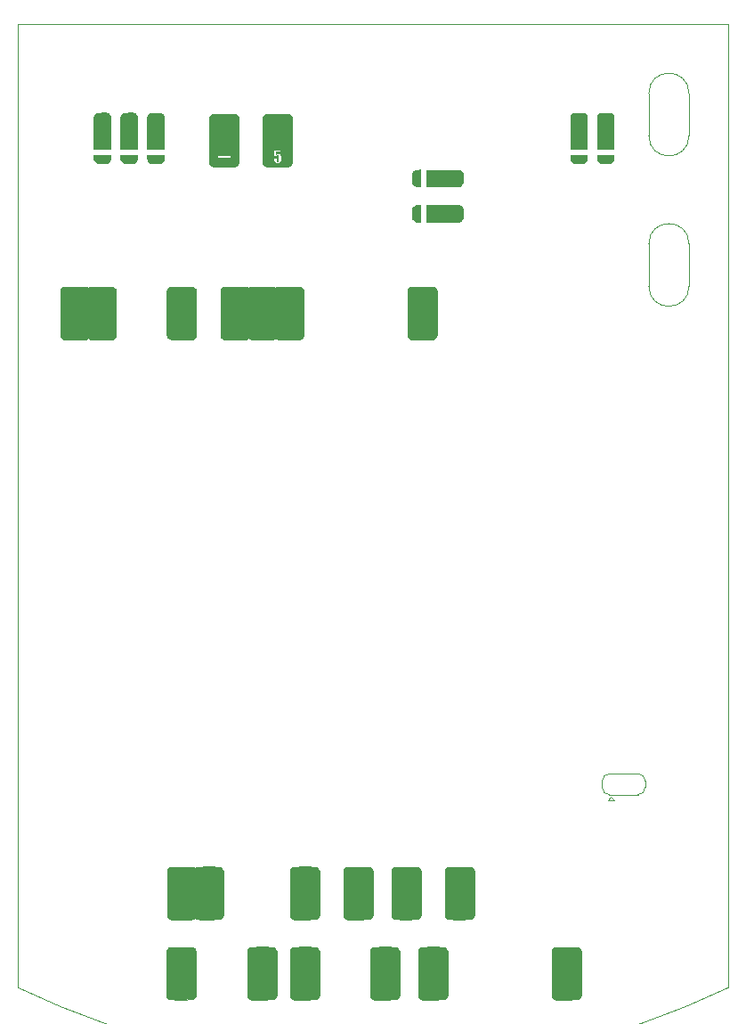
<source format=gbr>
G04 #@! TF.GenerationSoftware,KiCad,Pcbnew,(5.1.2)-2*
G04 #@! TF.CreationDate,2020-07-24T13:05:48-04:00*
G04 #@! TF.ProjectId,shim-PCB,7368696d-2d50-4434-922e-6b696361645f,rev?*
G04 #@! TF.SameCoordinates,Original*
G04 #@! TF.FileFunction,Legend,Top*
G04 #@! TF.FilePolarity,Positive*
%FSLAX46Y46*%
G04 Gerber Fmt 4.6, Leading zero omitted, Abs format (unit mm)*
G04 Created by KiCad (PCBNEW (5.1.2)-2) date 2020-07-24 13:05:48*
%MOMM*%
%LPD*%
G04 APERTURE LIST*
%ADD10C,0.050000*%
%ADD11C,0.010000*%
%ADD12C,0.120000*%
G04 APERTURE END LIST*
D10*
X107878075Y-48006000D02*
X175425701Y-48006000D01*
X107878075Y-135724057D02*
X107878075Y-139534057D01*
X171682092Y-54560466D02*
X171682092Y-58605279D01*
X107878075Y-47997753D02*
X175425701Y-47997753D01*
X171682092Y-68852374D02*
X171682092Y-72897189D01*
X171682092Y-58605279D02*
G75*
G02X167872092Y-58605279I-1905000J0D01*
G01*
X167872092Y-68852374D02*
G75*
G02X171682092Y-68852374I1905000J0D01*
G01*
X175425701Y-47997753D02*
X175425701Y-139534057D01*
X167872092Y-58605279D02*
X167872092Y-54560466D01*
X167872092Y-54560466D02*
G75*
G02X171682092Y-54560466I1905000J0D01*
G01*
X171682092Y-72897189D02*
G75*
G02X167872092Y-72897189I-1905000J0D01*
G01*
X107878075Y-135724057D02*
X107878075Y-47997753D01*
X167872092Y-72897189D02*
X167872092Y-68852374D01*
X175371400Y-139560075D02*
G75*
G02X107878075Y-139534057I-33719511J70447727D01*
G01*
D11*
G36*
X163855979Y-56416803D02*
G01*
X163954408Y-56417057D01*
X164032935Y-56417656D01*
X164094309Y-56418742D01*
X164141279Y-56420459D01*
X164176594Y-56422948D01*
X164203003Y-56426353D01*
X164223255Y-56430817D01*
X164240099Y-56436482D01*
X164256285Y-56443492D01*
X164257154Y-56443894D01*
X164332015Y-56489529D01*
X164400789Y-56551573D01*
X164453963Y-56621403D01*
X164455122Y-56623365D01*
X164464881Y-56639984D01*
X164473640Y-56655697D01*
X164481453Y-56671897D01*
X164488375Y-56689977D01*
X164494459Y-56711328D01*
X164499760Y-56737344D01*
X164504332Y-56769416D01*
X164508230Y-56808938D01*
X164511507Y-56857302D01*
X164514218Y-56915901D01*
X164516416Y-56986126D01*
X164518157Y-57069370D01*
X164519494Y-57167027D01*
X164520482Y-57280488D01*
X164521174Y-57411146D01*
X164521626Y-57560393D01*
X164521890Y-57729623D01*
X164522022Y-57920227D01*
X164522076Y-58133598D01*
X164522101Y-58343975D01*
X164522300Y-59864800D01*
X162947500Y-59864800D01*
X162947698Y-58343975D01*
X162947727Y-58109150D01*
X162947787Y-57898332D01*
X162947930Y-57710130D01*
X162948213Y-57543150D01*
X162948688Y-57396000D01*
X162949410Y-57267288D01*
X162950433Y-57155620D01*
X162951811Y-57059605D01*
X162953600Y-56977850D01*
X162955852Y-56908962D01*
X162958621Y-56851549D01*
X162961964Y-56804218D01*
X162965932Y-56765577D01*
X162970581Y-56734234D01*
X162975965Y-56708795D01*
X162982138Y-56687869D01*
X162989155Y-56670062D01*
X162997068Y-56653983D01*
X163005934Y-56638238D01*
X163014677Y-56623365D01*
X163067283Y-56553442D01*
X163135754Y-56491066D01*
X163210574Y-56444860D01*
X163212645Y-56443894D01*
X163228871Y-56436810D01*
X163245614Y-56431079D01*
X163265623Y-56426556D01*
X163291647Y-56423100D01*
X163326434Y-56420567D01*
X163372735Y-56418814D01*
X163433297Y-56417699D01*
X163510871Y-56417078D01*
X163608204Y-56416810D01*
X163728046Y-56416750D01*
X163734900Y-56416750D01*
X163855979Y-56416803D01*
X163855979Y-56416803D01*
G37*
X163855979Y-56416803D02*
X163954408Y-56417057D01*
X164032935Y-56417656D01*
X164094309Y-56418742D01*
X164141279Y-56420459D01*
X164176594Y-56422948D01*
X164203003Y-56426353D01*
X164223255Y-56430817D01*
X164240099Y-56436482D01*
X164256285Y-56443492D01*
X164257154Y-56443894D01*
X164332015Y-56489529D01*
X164400789Y-56551573D01*
X164453963Y-56621403D01*
X164455122Y-56623365D01*
X164464881Y-56639984D01*
X164473640Y-56655697D01*
X164481453Y-56671897D01*
X164488375Y-56689977D01*
X164494459Y-56711328D01*
X164499760Y-56737344D01*
X164504332Y-56769416D01*
X164508230Y-56808938D01*
X164511507Y-56857302D01*
X164514218Y-56915901D01*
X164516416Y-56986126D01*
X164518157Y-57069370D01*
X164519494Y-57167027D01*
X164520482Y-57280488D01*
X164521174Y-57411146D01*
X164521626Y-57560393D01*
X164521890Y-57729623D01*
X164522022Y-57920227D01*
X164522076Y-58133598D01*
X164522101Y-58343975D01*
X164522300Y-59864800D01*
X162947500Y-59864800D01*
X162947698Y-58343975D01*
X162947727Y-58109150D01*
X162947787Y-57898332D01*
X162947930Y-57710130D01*
X162948213Y-57543150D01*
X162948688Y-57396000D01*
X162949410Y-57267288D01*
X162950433Y-57155620D01*
X162951811Y-57059605D01*
X162953600Y-56977850D01*
X162955852Y-56908962D01*
X162958621Y-56851549D01*
X162961964Y-56804218D01*
X162965932Y-56765577D01*
X162970581Y-56734234D01*
X162975965Y-56708795D01*
X162982138Y-56687869D01*
X162989155Y-56670062D01*
X162997068Y-56653983D01*
X163005934Y-56638238D01*
X163014677Y-56623365D01*
X163067283Y-56553442D01*
X163135754Y-56491066D01*
X163210574Y-56444860D01*
X163212645Y-56443894D01*
X163228871Y-56436810D01*
X163245614Y-56431079D01*
X163265623Y-56426556D01*
X163291647Y-56423100D01*
X163326434Y-56420567D01*
X163372735Y-56418814D01*
X163433297Y-56417699D01*
X163510871Y-56417078D01*
X163608204Y-56416810D01*
X163728046Y-56416750D01*
X163734900Y-56416750D01*
X163855979Y-56416803D01*
G36*
X161315979Y-56416803D02*
G01*
X161414408Y-56417057D01*
X161492935Y-56417656D01*
X161554309Y-56418742D01*
X161601279Y-56420459D01*
X161636594Y-56422948D01*
X161663003Y-56426353D01*
X161683255Y-56430817D01*
X161700099Y-56436482D01*
X161716285Y-56443492D01*
X161717154Y-56443894D01*
X161792015Y-56489529D01*
X161860789Y-56551573D01*
X161913963Y-56621403D01*
X161915122Y-56623365D01*
X161924881Y-56639984D01*
X161933640Y-56655697D01*
X161941453Y-56671897D01*
X161948375Y-56689977D01*
X161954459Y-56711328D01*
X161959760Y-56737344D01*
X161964332Y-56769416D01*
X161968230Y-56808938D01*
X161971507Y-56857302D01*
X161974218Y-56915901D01*
X161976416Y-56986126D01*
X161978157Y-57069370D01*
X161979494Y-57167027D01*
X161980482Y-57280488D01*
X161981174Y-57411146D01*
X161981626Y-57560393D01*
X161981890Y-57729623D01*
X161982022Y-57920227D01*
X161982076Y-58133598D01*
X161982101Y-58343975D01*
X161982300Y-59864800D01*
X160407500Y-59864800D01*
X160407698Y-58343975D01*
X160407727Y-58109150D01*
X160407787Y-57898332D01*
X160407930Y-57710130D01*
X160408213Y-57543150D01*
X160408688Y-57396000D01*
X160409410Y-57267288D01*
X160410433Y-57155620D01*
X160411811Y-57059605D01*
X160413600Y-56977850D01*
X160415852Y-56908962D01*
X160418621Y-56851549D01*
X160421964Y-56804218D01*
X160425932Y-56765577D01*
X160430581Y-56734234D01*
X160435965Y-56708795D01*
X160442138Y-56687869D01*
X160449155Y-56670062D01*
X160457068Y-56653983D01*
X160465934Y-56638238D01*
X160474677Y-56623365D01*
X160527283Y-56553442D01*
X160595754Y-56491066D01*
X160670574Y-56444860D01*
X160672645Y-56443894D01*
X160688871Y-56436810D01*
X160705614Y-56431079D01*
X160725623Y-56426556D01*
X160751647Y-56423100D01*
X160786434Y-56420567D01*
X160832735Y-56418814D01*
X160893297Y-56417699D01*
X160970871Y-56417078D01*
X161068204Y-56416810D01*
X161188046Y-56416750D01*
X161194900Y-56416750D01*
X161315979Y-56416803D01*
X161315979Y-56416803D01*
G37*
X161315979Y-56416803D02*
X161414408Y-56417057D01*
X161492935Y-56417656D01*
X161554309Y-56418742D01*
X161601279Y-56420459D01*
X161636594Y-56422948D01*
X161663003Y-56426353D01*
X161683255Y-56430817D01*
X161700099Y-56436482D01*
X161716285Y-56443492D01*
X161717154Y-56443894D01*
X161792015Y-56489529D01*
X161860789Y-56551573D01*
X161913963Y-56621403D01*
X161915122Y-56623365D01*
X161924881Y-56639984D01*
X161933640Y-56655697D01*
X161941453Y-56671897D01*
X161948375Y-56689977D01*
X161954459Y-56711328D01*
X161959760Y-56737344D01*
X161964332Y-56769416D01*
X161968230Y-56808938D01*
X161971507Y-56857302D01*
X161974218Y-56915901D01*
X161976416Y-56986126D01*
X161978157Y-57069370D01*
X161979494Y-57167027D01*
X161980482Y-57280488D01*
X161981174Y-57411146D01*
X161981626Y-57560393D01*
X161981890Y-57729623D01*
X161982022Y-57920227D01*
X161982076Y-58133598D01*
X161982101Y-58343975D01*
X161982300Y-59864800D01*
X160407500Y-59864800D01*
X160407698Y-58343975D01*
X160407727Y-58109150D01*
X160407787Y-57898332D01*
X160407930Y-57710130D01*
X160408213Y-57543150D01*
X160408688Y-57396000D01*
X160409410Y-57267288D01*
X160410433Y-57155620D01*
X160411811Y-57059605D01*
X160413600Y-56977850D01*
X160415852Y-56908962D01*
X160418621Y-56851549D01*
X160421964Y-56804218D01*
X160425932Y-56765577D01*
X160430581Y-56734234D01*
X160435965Y-56708795D01*
X160442138Y-56687869D01*
X160449155Y-56670062D01*
X160457068Y-56653983D01*
X160465934Y-56638238D01*
X160474677Y-56623365D01*
X160527283Y-56553442D01*
X160595754Y-56491066D01*
X160670574Y-56444860D01*
X160672645Y-56443894D01*
X160688871Y-56436810D01*
X160705614Y-56431079D01*
X160725623Y-56426556D01*
X160751647Y-56423100D01*
X160786434Y-56420567D01*
X160832735Y-56418814D01*
X160893297Y-56417699D01*
X160970871Y-56417078D01*
X161068204Y-56416810D01*
X161188046Y-56416750D01*
X161194900Y-56416750D01*
X161315979Y-56416803D01*
G36*
X121475650Y-56452403D02*
G01*
X121555890Y-56502212D01*
X121626704Y-56569659D01*
X121681653Y-56648016D01*
X121700455Y-56687409D01*
X121729650Y-56759650D01*
X121736490Y-59864800D01*
X120161200Y-59864800D01*
X120161200Y-58355233D01*
X120161311Y-58103653D01*
X120161643Y-57872153D01*
X120162192Y-57661261D01*
X120162952Y-57471502D01*
X120163920Y-57303403D01*
X120165092Y-57157489D01*
X120166462Y-57034287D01*
X120168028Y-56934323D01*
X120169783Y-56858123D01*
X120171725Y-56806213D01*
X120173849Y-56779120D01*
X120174089Y-56777702D01*
X120205737Y-56675195D01*
X120258415Y-56585318D01*
X120330141Y-56510645D01*
X120418937Y-56453753D01*
X120425404Y-56450661D01*
X120497750Y-56416750D01*
X121399450Y-56416750D01*
X121475650Y-56452403D01*
X121475650Y-56452403D01*
G37*
X121475650Y-56452403D02*
X121555890Y-56502212D01*
X121626704Y-56569659D01*
X121681653Y-56648016D01*
X121700455Y-56687409D01*
X121729650Y-56759650D01*
X121736490Y-59864800D01*
X120161200Y-59864800D01*
X120161200Y-58355233D01*
X120161311Y-58103653D01*
X120161643Y-57872153D01*
X120162192Y-57661261D01*
X120162952Y-57471502D01*
X120163920Y-57303403D01*
X120165092Y-57157489D01*
X120166462Y-57034287D01*
X120168028Y-56934323D01*
X120169783Y-56858123D01*
X120171725Y-56806213D01*
X120173849Y-56779120D01*
X120174089Y-56777702D01*
X120205737Y-56675195D01*
X120258415Y-56585318D01*
X120330141Y-56510645D01*
X120418937Y-56453753D01*
X120425404Y-56450661D01*
X120497750Y-56416750D01*
X121399450Y-56416750D01*
X121475650Y-56452403D01*
G36*
X118682007Y-56411515D02*
G01*
X118741850Y-56412199D01*
X118787883Y-56413685D01*
X118823004Y-56416102D01*
X118850112Y-56419580D01*
X118872102Y-56424248D01*
X118891873Y-56430236D01*
X118908136Y-56436099D01*
X118989786Y-56478921D01*
X119064191Y-56541188D01*
X119125062Y-56616962D01*
X119152754Y-56667048D01*
X119189650Y-56746950D01*
X119196488Y-59864800D01*
X117620522Y-59864800D01*
X117627550Y-56759650D01*
X117658078Y-56683843D01*
X117699042Y-56609736D01*
X117758125Y-56539215D01*
X117828330Y-56479665D01*
X117881550Y-56447871D01*
X117898844Y-56439623D01*
X117915466Y-56432954D01*
X117934247Y-56427672D01*
X117958018Y-56423581D01*
X117989610Y-56420489D01*
X118031855Y-56418200D01*
X118087583Y-56416522D01*
X118159626Y-56415259D01*
X118250814Y-56414217D01*
X118363979Y-56413204D01*
X118390653Y-56412978D01*
X118509307Y-56412034D01*
X118605459Y-56411503D01*
X118682007Y-56411515D01*
X118682007Y-56411515D01*
G37*
X118682007Y-56411515D02*
X118741850Y-56412199D01*
X118787883Y-56413685D01*
X118823004Y-56416102D01*
X118850112Y-56419580D01*
X118872102Y-56424248D01*
X118891873Y-56430236D01*
X118908136Y-56436099D01*
X118989786Y-56478921D01*
X119064191Y-56541188D01*
X119125062Y-56616962D01*
X119152754Y-56667048D01*
X119189650Y-56746950D01*
X119196488Y-59864800D01*
X117620522Y-59864800D01*
X117627550Y-56759650D01*
X117658078Y-56683843D01*
X117699042Y-56609736D01*
X117758125Y-56539215D01*
X117828330Y-56479665D01*
X117881550Y-56447871D01*
X117898844Y-56439623D01*
X117915466Y-56432954D01*
X117934247Y-56427672D01*
X117958018Y-56423581D01*
X117989610Y-56420489D01*
X118031855Y-56418200D01*
X118087583Y-56416522D01*
X118159626Y-56415259D01*
X118250814Y-56414217D01*
X118363979Y-56413204D01*
X118390653Y-56412978D01*
X118509307Y-56412034D01*
X118605459Y-56411503D01*
X118682007Y-56411515D01*
G36*
X116142007Y-56411515D02*
G01*
X116201850Y-56412199D01*
X116247883Y-56413685D01*
X116283004Y-56416102D01*
X116310112Y-56419580D01*
X116332102Y-56424248D01*
X116351873Y-56430236D01*
X116368136Y-56436099D01*
X116449786Y-56478921D01*
X116524191Y-56541188D01*
X116585062Y-56616962D01*
X116612754Y-56667048D01*
X116649650Y-56746950D01*
X116656488Y-59864800D01*
X115080522Y-59864800D01*
X115087550Y-56759650D01*
X115118078Y-56683843D01*
X115159042Y-56609736D01*
X115218125Y-56539215D01*
X115288330Y-56479665D01*
X115341550Y-56447871D01*
X115358844Y-56439623D01*
X115375466Y-56432954D01*
X115394247Y-56427672D01*
X115418018Y-56423581D01*
X115449610Y-56420489D01*
X115491855Y-56418200D01*
X115547583Y-56416522D01*
X115619626Y-56415259D01*
X115710814Y-56414217D01*
X115823979Y-56413204D01*
X115850653Y-56412978D01*
X115969307Y-56412034D01*
X116065459Y-56411503D01*
X116142007Y-56411515D01*
X116142007Y-56411515D01*
G37*
X116142007Y-56411515D02*
X116201850Y-56412199D01*
X116247883Y-56413685D01*
X116283004Y-56416102D01*
X116310112Y-56419580D01*
X116332102Y-56424248D01*
X116351873Y-56430236D01*
X116368136Y-56436099D01*
X116449786Y-56478921D01*
X116524191Y-56541188D01*
X116585062Y-56616962D01*
X116612754Y-56667048D01*
X116649650Y-56746950D01*
X116656488Y-59864800D01*
X115080522Y-59864800D01*
X115087550Y-56759650D01*
X115118078Y-56683843D01*
X115159042Y-56609736D01*
X115218125Y-56539215D01*
X115288330Y-56479665D01*
X115341550Y-56447871D01*
X115358844Y-56439623D01*
X115375466Y-56432954D01*
X115394247Y-56427672D01*
X115418018Y-56423581D01*
X115449610Y-56420489D01*
X115491855Y-56418200D01*
X115547583Y-56416522D01*
X115619626Y-56415259D01*
X115710814Y-56414217D01*
X115823979Y-56413204D01*
X115850653Y-56412978D01*
X115969307Y-56412034D01*
X116065459Y-56411503D01*
X116142007Y-56411515D01*
G36*
X164520133Y-60636325D02*
G01*
X164518125Y-60718108D01*
X164515829Y-60779265D01*
X164512613Y-60824563D01*
X164507840Y-60858774D01*
X164500875Y-60886667D01*
X164491083Y-60913013D01*
X164479973Y-60937950D01*
X164423950Y-61031270D01*
X164351337Y-61105696D01*
X164263553Y-61160146D01*
X164162016Y-61193538D01*
X164139546Y-61197697D01*
X164101839Y-61201496D01*
X164043321Y-61204524D01*
X163968508Y-61206786D01*
X163881915Y-61208286D01*
X163788057Y-61209029D01*
X163691451Y-61209019D01*
X163596611Y-61208261D01*
X163508054Y-61206759D01*
X163430295Y-61204518D01*
X163367849Y-61201543D01*
X163325232Y-61197837D01*
X163318673Y-61196876D01*
X163221603Y-61168216D01*
X163134109Y-61117480D01*
X163059373Y-61047174D01*
X163000580Y-60959806D01*
X162989826Y-60937950D01*
X162977110Y-60909139D01*
X162967764Y-60882864D01*
X162961153Y-60854356D01*
X162956643Y-60818845D01*
X162953598Y-60771560D01*
X162951383Y-60707731D01*
X162949666Y-60636325D01*
X162944667Y-60410900D01*
X164525132Y-60410900D01*
X164520133Y-60636325D01*
X164520133Y-60636325D01*
G37*
X164520133Y-60636325D02*
X164518125Y-60718108D01*
X164515829Y-60779265D01*
X164512613Y-60824563D01*
X164507840Y-60858774D01*
X164500875Y-60886667D01*
X164491083Y-60913013D01*
X164479973Y-60937950D01*
X164423950Y-61031270D01*
X164351337Y-61105696D01*
X164263553Y-61160146D01*
X164162016Y-61193538D01*
X164139546Y-61197697D01*
X164101839Y-61201496D01*
X164043321Y-61204524D01*
X163968508Y-61206786D01*
X163881915Y-61208286D01*
X163788057Y-61209029D01*
X163691451Y-61209019D01*
X163596611Y-61208261D01*
X163508054Y-61206759D01*
X163430295Y-61204518D01*
X163367849Y-61201543D01*
X163325232Y-61197837D01*
X163318673Y-61196876D01*
X163221603Y-61168216D01*
X163134109Y-61117480D01*
X163059373Y-61047174D01*
X163000580Y-60959806D01*
X162989826Y-60937950D01*
X162977110Y-60909139D01*
X162967764Y-60882864D01*
X162961153Y-60854356D01*
X162956643Y-60818845D01*
X162953598Y-60771560D01*
X162951383Y-60707731D01*
X162949666Y-60636325D01*
X162944667Y-60410900D01*
X164525132Y-60410900D01*
X164520133Y-60636325D01*
G36*
X161980133Y-60636325D02*
G01*
X161978125Y-60718108D01*
X161975829Y-60779265D01*
X161972613Y-60824563D01*
X161967840Y-60858774D01*
X161960875Y-60886667D01*
X161951083Y-60913013D01*
X161939973Y-60937950D01*
X161883950Y-61031270D01*
X161811337Y-61105696D01*
X161723553Y-61160146D01*
X161622016Y-61193538D01*
X161599546Y-61197697D01*
X161561839Y-61201496D01*
X161503321Y-61204524D01*
X161428508Y-61206786D01*
X161341915Y-61208286D01*
X161248057Y-61209029D01*
X161151451Y-61209019D01*
X161056611Y-61208261D01*
X160968054Y-61206759D01*
X160890295Y-61204518D01*
X160827849Y-61201543D01*
X160785232Y-61197837D01*
X160778673Y-61196876D01*
X160681603Y-61168216D01*
X160594109Y-61117480D01*
X160519373Y-61047174D01*
X160460580Y-60959806D01*
X160449826Y-60937950D01*
X160437110Y-60909139D01*
X160427764Y-60882864D01*
X160421153Y-60854356D01*
X160416643Y-60818845D01*
X160413598Y-60771560D01*
X160411383Y-60707731D01*
X160409666Y-60636325D01*
X160404667Y-60410900D01*
X161985132Y-60410900D01*
X161980133Y-60636325D01*
X161980133Y-60636325D01*
G37*
X161980133Y-60636325D02*
X161978125Y-60718108D01*
X161975829Y-60779265D01*
X161972613Y-60824563D01*
X161967840Y-60858774D01*
X161960875Y-60886667D01*
X161951083Y-60913013D01*
X161939973Y-60937950D01*
X161883950Y-61031270D01*
X161811337Y-61105696D01*
X161723553Y-61160146D01*
X161622016Y-61193538D01*
X161599546Y-61197697D01*
X161561839Y-61201496D01*
X161503321Y-61204524D01*
X161428508Y-61206786D01*
X161341915Y-61208286D01*
X161248057Y-61209029D01*
X161151451Y-61209019D01*
X161056611Y-61208261D01*
X160968054Y-61206759D01*
X160890295Y-61204518D01*
X160827849Y-61201543D01*
X160785232Y-61197837D01*
X160778673Y-61196876D01*
X160681603Y-61168216D01*
X160594109Y-61117480D01*
X160519373Y-61047174D01*
X160460580Y-60959806D01*
X160449826Y-60937950D01*
X160437110Y-60909139D01*
X160427764Y-60882864D01*
X160421153Y-60854356D01*
X160416643Y-60818845D01*
X160413598Y-60771560D01*
X160411383Y-60707731D01*
X160409666Y-60636325D01*
X160404667Y-60410900D01*
X161985132Y-60410900D01*
X161980133Y-60636325D01*
G36*
X121733264Y-60636325D02*
G01*
X121730962Y-60720861D01*
X121728140Y-60784822D01*
X121724251Y-60833031D01*
X121718745Y-60870313D01*
X121711074Y-60901491D01*
X121700689Y-60931390D01*
X121699313Y-60934921D01*
X121657494Y-61011393D01*
X121596762Y-61082543D01*
X121523569Y-61141670D01*
X121472727Y-61170311D01*
X121399450Y-61204650D01*
X120974000Y-61207354D01*
X120845644Y-61207875D01*
X120740455Y-61207607D01*
X120656210Y-61206486D01*
X120590685Y-61204450D01*
X120541659Y-61201434D01*
X120506906Y-61197377D01*
X120488627Y-61193545D01*
X120418991Y-61165570D01*
X120348779Y-61122467D01*
X120287223Y-61070672D01*
X120250544Y-61027496D01*
X120223666Y-60986062D01*
X120203371Y-60947312D01*
X120188613Y-60906504D01*
X120178345Y-60858895D01*
X120171522Y-60799743D01*
X120167096Y-60724305D01*
X120164239Y-60636325D01*
X120158367Y-60410900D01*
X121738467Y-60410900D01*
X121733264Y-60636325D01*
X121733264Y-60636325D01*
G37*
X121733264Y-60636325D02*
X121730962Y-60720861D01*
X121728140Y-60784822D01*
X121724251Y-60833031D01*
X121718745Y-60870313D01*
X121711074Y-60901491D01*
X121700689Y-60931390D01*
X121699313Y-60934921D01*
X121657494Y-61011393D01*
X121596762Y-61082543D01*
X121523569Y-61141670D01*
X121472727Y-61170311D01*
X121399450Y-61204650D01*
X120974000Y-61207354D01*
X120845644Y-61207875D01*
X120740455Y-61207607D01*
X120656210Y-61206486D01*
X120590685Y-61204450D01*
X120541659Y-61201434D01*
X120506906Y-61197377D01*
X120488627Y-61193545D01*
X120418991Y-61165570D01*
X120348779Y-61122467D01*
X120287223Y-61070672D01*
X120250544Y-61027496D01*
X120223666Y-60986062D01*
X120203371Y-60947312D01*
X120188613Y-60906504D01*
X120178345Y-60858895D01*
X120171522Y-60799743D01*
X120167096Y-60724305D01*
X120164239Y-60636325D01*
X120158367Y-60410900D01*
X121738467Y-60410900D01*
X121733264Y-60636325D01*
G36*
X119195689Y-60604575D02*
G01*
X119194751Y-60677089D01*
X119192383Y-60745062D01*
X119188905Y-60802346D01*
X119184634Y-60842795D01*
X119182807Y-60852750D01*
X119147130Y-60954823D01*
X119091656Y-61041953D01*
X119018335Y-61112318D01*
X118929120Y-61164098D01*
X118825959Y-61195473D01*
X118813246Y-61197697D01*
X118776435Y-61201385D01*
X118718861Y-61204355D01*
X118645007Y-61206609D01*
X118559355Y-61208146D01*
X118466387Y-61208966D01*
X118370588Y-61209070D01*
X118276438Y-61208457D01*
X118188421Y-61207128D01*
X118111019Y-61205083D01*
X118048716Y-61202322D01*
X118005992Y-61198844D01*
X117997761Y-61197678D01*
X117902415Y-61169386D01*
X117814899Y-61119785D01*
X117739777Y-61052587D01*
X117681613Y-60971505D01*
X117658166Y-60921460D01*
X117647445Y-60890264D01*
X117639469Y-60857163D01*
X117633663Y-60817232D01*
X117629452Y-60765548D01*
X117626261Y-60697184D01*
X117624134Y-60629975D01*
X117618000Y-60410900D01*
X119196000Y-60410900D01*
X119195689Y-60604575D01*
X119195689Y-60604575D01*
G37*
X119195689Y-60604575D02*
X119194751Y-60677089D01*
X119192383Y-60745062D01*
X119188905Y-60802346D01*
X119184634Y-60842795D01*
X119182807Y-60852750D01*
X119147130Y-60954823D01*
X119091656Y-61041953D01*
X119018335Y-61112318D01*
X118929120Y-61164098D01*
X118825959Y-61195473D01*
X118813246Y-61197697D01*
X118776435Y-61201385D01*
X118718861Y-61204355D01*
X118645007Y-61206609D01*
X118559355Y-61208146D01*
X118466387Y-61208966D01*
X118370588Y-61209070D01*
X118276438Y-61208457D01*
X118188421Y-61207128D01*
X118111019Y-61205083D01*
X118048716Y-61202322D01*
X118005992Y-61198844D01*
X117997761Y-61197678D01*
X117902415Y-61169386D01*
X117814899Y-61119785D01*
X117739777Y-61052587D01*
X117681613Y-60971505D01*
X117658166Y-60921460D01*
X117647445Y-60890264D01*
X117639469Y-60857163D01*
X117633663Y-60817232D01*
X117629452Y-60765548D01*
X117626261Y-60697184D01*
X117624134Y-60629975D01*
X117618000Y-60410900D01*
X119196000Y-60410900D01*
X119195689Y-60604575D01*
G36*
X116655689Y-60604575D02*
G01*
X116654751Y-60677089D01*
X116652383Y-60745062D01*
X116648905Y-60802346D01*
X116644634Y-60842795D01*
X116642807Y-60852750D01*
X116607130Y-60954823D01*
X116551656Y-61041953D01*
X116478335Y-61112318D01*
X116389120Y-61164098D01*
X116285959Y-61195473D01*
X116273246Y-61197697D01*
X116236435Y-61201385D01*
X116178861Y-61204355D01*
X116105007Y-61206609D01*
X116019355Y-61208146D01*
X115926387Y-61208966D01*
X115830588Y-61209070D01*
X115736438Y-61208457D01*
X115648421Y-61207128D01*
X115571019Y-61205083D01*
X115508716Y-61202322D01*
X115465992Y-61198844D01*
X115457761Y-61197678D01*
X115362415Y-61169386D01*
X115274899Y-61119785D01*
X115199777Y-61052587D01*
X115141613Y-60971505D01*
X115118166Y-60921460D01*
X115107445Y-60890264D01*
X115099469Y-60857163D01*
X115093663Y-60817232D01*
X115089452Y-60765548D01*
X115086261Y-60697184D01*
X115084134Y-60629975D01*
X115078000Y-60410900D01*
X116656000Y-60410900D01*
X116655689Y-60604575D01*
X116655689Y-60604575D01*
G37*
X116655689Y-60604575D02*
X116654751Y-60677089D01*
X116652383Y-60745062D01*
X116648905Y-60802346D01*
X116644634Y-60842795D01*
X116642807Y-60852750D01*
X116607130Y-60954823D01*
X116551656Y-61041953D01*
X116478335Y-61112318D01*
X116389120Y-61164098D01*
X116285959Y-61195473D01*
X116273246Y-61197697D01*
X116236435Y-61201385D01*
X116178861Y-61204355D01*
X116105007Y-61206609D01*
X116019355Y-61208146D01*
X115926387Y-61208966D01*
X115830588Y-61209070D01*
X115736438Y-61208457D01*
X115648421Y-61207128D01*
X115571019Y-61205083D01*
X115508716Y-61202322D01*
X115465992Y-61198844D01*
X115457761Y-61197678D01*
X115362415Y-61169386D01*
X115274899Y-61119785D01*
X115199777Y-61052587D01*
X115141613Y-60971505D01*
X115118166Y-60921460D01*
X115107445Y-60890264D01*
X115099469Y-60857163D01*
X115093663Y-60817232D01*
X115089452Y-60765548D01*
X115086261Y-60697184D01*
X115084134Y-60629975D01*
X115078000Y-60410900D01*
X116656000Y-60410900D01*
X116655689Y-60604575D01*
G36*
X132088873Y-56526274D02*
G01*
X132239036Y-56526651D01*
X132411733Y-56527175D01*
X132541750Y-56527594D01*
X133604150Y-56531050D01*
X133674000Y-56567377D01*
X133749960Y-56617978D01*
X133817995Y-56684161D01*
X133871360Y-56758692D01*
X133892455Y-56801709D01*
X133921650Y-56873950D01*
X133921650Y-61179250D01*
X133881988Y-61261800D01*
X133824939Y-61356100D01*
X133754293Y-61429150D01*
X133669220Y-61481654D01*
X133591956Y-61508891D01*
X133575177Y-61512538D01*
X133553772Y-61515705D01*
X133526015Y-61518420D01*
X133490180Y-61520715D01*
X133444540Y-61522617D01*
X133387370Y-61524156D01*
X133316943Y-61525361D01*
X133231533Y-61526263D01*
X133129414Y-61526889D01*
X133008860Y-61527270D01*
X132868144Y-61527435D01*
X132705540Y-61527412D01*
X132519323Y-61527232D01*
X132512456Y-61527224D01*
X132353845Y-61526883D01*
X132201754Y-61526286D01*
X132058219Y-61525458D01*
X131925276Y-61524422D01*
X131804961Y-61523203D01*
X131699308Y-61521825D01*
X131610353Y-61520312D01*
X131540132Y-61518688D01*
X131490680Y-61516979D01*
X131464033Y-61515207D01*
X131460973Y-61514711D01*
X131371328Y-61481580D01*
X131288464Y-61428282D01*
X131217674Y-61359429D01*
X131164246Y-61279631D01*
X131147239Y-61241276D01*
X131143914Y-61232175D01*
X131140884Y-61222686D01*
X131138138Y-61211650D01*
X131135664Y-61197909D01*
X131133449Y-61180302D01*
X131131483Y-61157672D01*
X131129753Y-61128859D01*
X131128247Y-61092705D01*
X131126954Y-61048051D01*
X131125862Y-60993738D01*
X131124958Y-60928606D01*
X131124231Y-60851498D01*
X131123669Y-60761254D01*
X131123260Y-60656716D01*
X131122996Y-60537900D01*
X132146011Y-60537900D01*
X132454800Y-60537900D01*
X132454800Y-60495989D01*
X132459164Y-60462336D01*
X132469699Y-60439190D01*
X132470039Y-60438839D01*
X132498182Y-60425130D01*
X132532479Y-60425461D01*
X132561051Y-60438711D01*
X132568653Y-60448165D01*
X132573160Y-60469382D01*
X132576879Y-60512745D01*
X132579657Y-60575009D01*
X132581341Y-60652928D01*
X132581800Y-60727118D01*
X132581659Y-60813840D01*
X132581027Y-60878603D01*
X132579588Y-60924846D01*
X132577026Y-60956009D01*
X132573025Y-60975531D01*
X132567269Y-60986852D01*
X132559442Y-60993412D01*
X132557234Y-60994653D01*
X132525451Y-61006547D01*
X132500127Y-60999526D01*
X132480200Y-60982400D01*
X132468340Y-60967365D01*
X132460812Y-60947195D01*
X132456681Y-60916275D01*
X132455010Y-60868990D01*
X132454800Y-60830000D01*
X132454800Y-60703000D01*
X132146604Y-60703000D01*
X132152606Y-60826825D01*
X132161699Y-60921075D01*
X132179725Y-60995043D01*
X132208176Y-61052730D01*
X132248546Y-61098140D01*
X132256178Y-61104507D01*
X132322338Y-61143568D01*
X132404444Y-61170271D01*
X132495746Y-61183658D01*
X132589494Y-61182774D01*
X132678936Y-61166661D01*
X132684171Y-61165144D01*
X132749154Y-61135733D01*
X132806792Y-61090989D01*
X132850737Y-61036865D01*
X132872367Y-60988708D01*
X132877398Y-60956791D01*
X132881304Y-60904840D01*
X132884076Y-60838139D01*
X132885705Y-60761973D01*
X132886182Y-60681627D01*
X132885499Y-60602387D01*
X132883647Y-60529536D01*
X132880616Y-60468361D01*
X132876399Y-60424145D01*
X132873341Y-60408119D01*
X132850562Y-60356640D01*
X132814890Y-60307928D01*
X132774148Y-60272323D01*
X132767755Y-60268573D01*
X132704351Y-60247087D01*
X132631966Y-60242774D01*
X132559629Y-60254903D01*
X132496374Y-60282741D01*
X132483629Y-60291616D01*
X132442100Y-60323292D01*
X132442100Y-60093400D01*
X132835800Y-60093400D01*
X132835800Y-59902900D01*
X132162700Y-59902900D01*
X132162700Y-60008821D01*
X132162169Y-60059339D01*
X132160708Y-60127782D01*
X132158513Y-60206700D01*
X132155780Y-60288643D01*
X132154355Y-60326321D01*
X132146011Y-60537900D01*
X131122996Y-60537900D01*
X131122993Y-60536723D01*
X131122855Y-60400119D01*
X131122835Y-60245743D01*
X131122920Y-60072437D01*
X131123100Y-59879042D01*
X131123361Y-59664399D01*
X131123692Y-59427349D01*
X131124082Y-59166734D01*
X131124331Y-59003516D01*
X131127650Y-56835850D01*
X131171710Y-56754568D01*
X131232191Y-56668750D01*
X131310466Y-56600830D01*
X131405335Y-56551842D01*
X131408248Y-56550742D01*
X131421285Y-56546015D01*
X131434598Y-56541890D01*
X131449897Y-56538333D01*
X131468896Y-56535308D01*
X131493307Y-56532781D01*
X131524842Y-56530716D01*
X131565212Y-56529078D01*
X131616131Y-56527834D01*
X131679310Y-56526946D01*
X131756462Y-56526382D01*
X131849298Y-56526105D01*
X131959531Y-56526081D01*
X132088873Y-56526274D01*
X132088873Y-56526274D01*
G37*
X132088873Y-56526274D02*
X132239036Y-56526651D01*
X132411733Y-56527175D01*
X132541750Y-56527594D01*
X133604150Y-56531050D01*
X133674000Y-56567377D01*
X133749960Y-56617978D01*
X133817995Y-56684161D01*
X133871360Y-56758692D01*
X133892455Y-56801709D01*
X133921650Y-56873950D01*
X133921650Y-61179250D01*
X133881988Y-61261800D01*
X133824939Y-61356100D01*
X133754293Y-61429150D01*
X133669220Y-61481654D01*
X133591956Y-61508891D01*
X133575177Y-61512538D01*
X133553772Y-61515705D01*
X133526015Y-61518420D01*
X133490180Y-61520715D01*
X133444540Y-61522617D01*
X133387370Y-61524156D01*
X133316943Y-61525361D01*
X133231533Y-61526263D01*
X133129414Y-61526889D01*
X133008860Y-61527270D01*
X132868144Y-61527435D01*
X132705540Y-61527412D01*
X132519323Y-61527232D01*
X132512456Y-61527224D01*
X132353845Y-61526883D01*
X132201754Y-61526286D01*
X132058219Y-61525458D01*
X131925276Y-61524422D01*
X131804961Y-61523203D01*
X131699308Y-61521825D01*
X131610353Y-61520312D01*
X131540132Y-61518688D01*
X131490680Y-61516979D01*
X131464033Y-61515207D01*
X131460973Y-61514711D01*
X131371328Y-61481580D01*
X131288464Y-61428282D01*
X131217674Y-61359429D01*
X131164246Y-61279631D01*
X131147239Y-61241276D01*
X131143914Y-61232175D01*
X131140884Y-61222686D01*
X131138138Y-61211650D01*
X131135664Y-61197909D01*
X131133449Y-61180302D01*
X131131483Y-61157672D01*
X131129753Y-61128859D01*
X131128247Y-61092705D01*
X131126954Y-61048051D01*
X131125862Y-60993738D01*
X131124958Y-60928606D01*
X131124231Y-60851498D01*
X131123669Y-60761254D01*
X131123260Y-60656716D01*
X131122996Y-60537900D01*
X132146011Y-60537900D01*
X132454800Y-60537900D01*
X132454800Y-60495989D01*
X132459164Y-60462336D01*
X132469699Y-60439190D01*
X132470039Y-60438839D01*
X132498182Y-60425130D01*
X132532479Y-60425461D01*
X132561051Y-60438711D01*
X132568653Y-60448165D01*
X132573160Y-60469382D01*
X132576879Y-60512745D01*
X132579657Y-60575009D01*
X132581341Y-60652928D01*
X132581800Y-60727118D01*
X132581659Y-60813840D01*
X132581027Y-60878603D01*
X132579588Y-60924846D01*
X132577026Y-60956009D01*
X132573025Y-60975531D01*
X132567269Y-60986852D01*
X132559442Y-60993412D01*
X132557234Y-60994653D01*
X132525451Y-61006547D01*
X132500127Y-60999526D01*
X132480200Y-60982400D01*
X132468340Y-60967365D01*
X132460812Y-60947195D01*
X132456681Y-60916275D01*
X132455010Y-60868990D01*
X132454800Y-60830000D01*
X132454800Y-60703000D01*
X132146604Y-60703000D01*
X132152606Y-60826825D01*
X132161699Y-60921075D01*
X132179725Y-60995043D01*
X132208176Y-61052730D01*
X132248546Y-61098140D01*
X132256178Y-61104507D01*
X132322338Y-61143568D01*
X132404444Y-61170271D01*
X132495746Y-61183658D01*
X132589494Y-61182774D01*
X132678936Y-61166661D01*
X132684171Y-61165144D01*
X132749154Y-61135733D01*
X132806792Y-61090989D01*
X132850737Y-61036865D01*
X132872367Y-60988708D01*
X132877398Y-60956791D01*
X132881304Y-60904840D01*
X132884076Y-60838139D01*
X132885705Y-60761973D01*
X132886182Y-60681627D01*
X132885499Y-60602387D01*
X132883647Y-60529536D01*
X132880616Y-60468361D01*
X132876399Y-60424145D01*
X132873341Y-60408119D01*
X132850562Y-60356640D01*
X132814890Y-60307928D01*
X132774148Y-60272323D01*
X132767755Y-60268573D01*
X132704351Y-60247087D01*
X132631966Y-60242774D01*
X132559629Y-60254903D01*
X132496374Y-60282741D01*
X132483629Y-60291616D01*
X132442100Y-60323292D01*
X132442100Y-60093400D01*
X132835800Y-60093400D01*
X132835800Y-59902900D01*
X132162700Y-59902900D01*
X132162700Y-60008821D01*
X132162169Y-60059339D01*
X132160708Y-60127782D01*
X132158513Y-60206700D01*
X132155780Y-60288643D01*
X132154355Y-60326321D01*
X132146011Y-60537900D01*
X131122996Y-60537900D01*
X131122993Y-60536723D01*
X131122855Y-60400119D01*
X131122835Y-60245743D01*
X131122920Y-60072437D01*
X131123100Y-59879042D01*
X131123361Y-59664399D01*
X131123692Y-59427349D01*
X131124082Y-59166734D01*
X131124331Y-59003516D01*
X131127650Y-56835850D01*
X131171710Y-56754568D01*
X131232191Y-56668750D01*
X131310466Y-56600830D01*
X131405335Y-56551842D01*
X131408248Y-56550742D01*
X131421285Y-56546015D01*
X131434598Y-56541890D01*
X131449897Y-56538333D01*
X131468896Y-56535308D01*
X131493307Y-56532781D01*
X131524842Y-56530716D01*
X131565212Y-56529078D01*
X131616131Y-56527834D01*
X131679310Y-56526946D01*
X131756462Y-56526382D01*
X131849298Y-56526105D01*
X131959531Y-56526081D01*
X132088873Y-56526274D01*
G36*
X127008873Y-56526274D02*
G01*
X127159036Y-56526651D01*
X127331733Y-56527175D01*
X127461750Y-56527594D01*
X128524150Y-56531050D01*
X128604425Y-56574574D01*
X128693688Y-56636274D01*
X128764038Y-56713649D01*
X128812651Y-56802231D01*
X128841650Y-56873950D01*
X128841650Y-61179250D01*
X128801988Y-61261800D01*
X128744939Y-61356100D01*
X128674293Y-61429150D01*
X128589220Y-61481654D01*
X128511956Y-61508891D01*
X128495177Y-61512538D01*
X128473772Y-61515705D01*
X128446015Y-61518420D01*
X128410180Y-61520715D01*
X128364540Y-61522617D01*
X128307370Y-61524156D01*
X128236943Y-61525361D01*
X128151533Y-61526263D01*
X128049414Y-61526889D01*
X127928860Y-61527270D01*
X127788144Y-61527435D01*
X127625540Y-61527412D01*
X127439323Y-61527232D01*
X127432456Y-61527224D01*
X127273845Y-61526883D01*
X127121754Y-61526286D01*
X126978219Y-61525458D01*
X126845276Y-61524422D01*
X126724961Y-61523203D01*
X126619308Y-61521825D01*
X126530353Y-61520312D01*
X126460132Y-61518688D01*
X126410680Y-61516979D01*
X126384033Y-61515207D01*
X126380973Y-61514711D01*
X126291328Y-61481580D01*
X126208464Y-61428282D01*
X126137674Y-61359429D01*
X126084246Y-61279631D01*
X126067239Y-61241276D01*
X126063914Y-61232175D01*
X126060884Y-61222686D01*
X126058138Y-61211650D01*
X126055664Y-61197909D01*
X126053449Y-61180302D01*
X126051483Y-61157672D01*
X126049753Y-61128859D01*
X126048247Y-61092705D01*
X126046954Y-61048051D01*
X126045862Y-60993738D01*
X126044958Y-60928606D01*
X126044231Y-60851498D01*
X126043669Y-60761254D01*
X126043260Y-60656716D01*
X126043033Y-60554606D01*
X126790600Y-60554606D01*
X126800601Y-60590827D01*
X126825659Y-60628751D01*
X126858355Y-60658252D01*
X126871729Y-60665351D01*
X126889726Y-60667597D01*
X126930404Y-60669574D01*
X126991045Y-60671244D01*
X127068930Y-60672569D01*
X127161341Y-60673508D01*
X127265561Y-60674023D01*
X127378870Y-60674076D01*
X127461575Y-60673818D01*
X128024601Y-60671250D01*
X128061650Y-60629774D01*
X128092647Y-60580326D01*
X128098821Y-60530666D01*
X128080174Y-60483039D01*
X128061576Y-60460723D01*
X128024453Y-60423600D01*
X127458924Y-60423600D01*
X127310206Y-60423817D01*
X127185424Y-60424495D01*
X127083120Y-60425670D01*
X127001833Y-60427378D01*
X126940105Y-60429658D01*
X126896474Y-60432546D01*
X126869482Y-60436079D01*
X126860095Y-60438772D01*
X126824591Y-60467167D01*
X126799381Y-60510309D01*
X126790600Y-60554606D01*
X126043033Y-60554606D01*
X126042993Y-60536723D01*
X126042855Y-60400119D01*
X126042835Y-60245743D01*
X126042920Y-60072437D01*
X126043100Y-59879042D01*
X126043361Y-59664399D01*
X126043692Y-59427349D01*
X126044082Y-59166734D01*
X126044331Y-59003516D01*
X126047650Y-56835850D01*
X126091710Y-56754568D01*
X126152191Y-56668750D01*
X126230466Y-56600830D01*
X126325335Y-56551842D01*
X126328248Y-56550742D01*
X126341285Y-56546015D01*
X126354598Y-56541890D01*
X126369897Y-56538333D01*
X126388896Y-56535308D01*
X126413307Y-56532781D01*
X126444842Y-56530716D01*
X126485212Y-56529078D01*
X126536131Y-56527834D01*
X126599310Y-56526946D01*
X126676462Y-56526382D01*
X126769298Y-56526105D01*
X126879531Y-56526081D01*
X127008873Y-56526274D01*
X127008873Y-56526274D01*
G37*
X127008873Y-56526274D02*
X127159036Y-56526651D01*
X127331733Y-56527175D01*
X127461750Y-56527594D01*
X128524150Y-56531050D01*
X128604425Y-56574574D01*
X128693688Y-56636274D01*
X128764038Y-56713649D01*
X128812651Y-56802231D01*
X128841650Y-56873950D01*
X128841650Y-61179250D01*
X128801988Y-61261800D01*
X128744939Y-61356100D01*
X128674293Y-61429150D01*
X128589220Y-61481654D01*
X128511956Y-61508891D01*
X128495177Y-61512538D01*
X128473772Y-61515705D01*
X128446015Y-61518420D01*
X128410180Y-61520715D01*
X128364540Y-61522617D01*
X128307370Y-61524156D01*
X128236943Y-61525361D01*
X128151533Y-61526263D01*
X128049414Y-61526889D01*
X127928860Y-61527270D01*
X127788144Y-61527435D01*
X127625540Y-61527412D01*
X127439323Y-61527232D01*
X127432456Y-61527224D01*
X127273845Y-61526883D01*
X127121754Y-61526286D01*
X126978219Y-61525458D01*
X126845276Y-61524422D01*
X126724961Y-61523203D01*
X126619308Y-61521825D01*
X126530353Y-61520312D01*
X126460132Y-61518688D01*
X126410680Y-61516979D01*
X126384033Y-61515207D01*
X126380973Y-61514711D01*
X126291328Y-61481580D01*
X126208464Y-61428282D01*
X126137674Y-61359429D01*
X126084246Y-61279631D01*
X126067239Y-61241276D01*
X126063914Y-61232175D01*
X126060884Y-61222686D01*
X126058138Y-61211650D01*
X126055664Y-61197909D01*
X126053449Y-61180302D01*
X126051483Y-61157672D01*
X126049753Y-61128859D01*
X126048247Y-61092705D01*
X126046954Y-61048051D01*
X126045862Y-60993738D01*
X126044958Y-60928606D01*
X126044231Y-60851498D01*
X126043669Y-60761254D01*
X126043260Y-60656716D01*
X126043033Y-60554606D01*
X126790600Y-60554606D01*
X126800601Y-60590827D01*
X126825659Y-60628751D01*
X126858355Y-60658252D01*
X126871729Y-60665351D01*
X126889726Y-60667597D01*
X126930404Y-60669574D01*
X126991045Y-60671244D01*
X127068930Y-60672569D01*
X127161341Y-60673508D01*
X127265561Y-60674023D01*
X127378870Y-60674076D01*
X127461575Y-60673818D01*
X128024601Y-60671250D01*
X128061650Y-60629774D01*
X128092647Y-60580326D01*
X128098821Y-60530666D01*
X128080174Y-60483039D01*
X128061576Y-60460723D01*
X128024453Y-60423600D01*
X127458924Y-60423600D01*
X127310206Y-60423817D01*
X127185424Y-60424495D01*
X127083120Y-60425670D01*
X127001833Y-60427378D01*
X126940105Y-60429658D01*
X126896474Y-60432546D01*
X126869482Y-60436079D01*
X126860095Y-60438772D01*
X126824591Y-60467167D01*
X126799381Y-60510309D01*
X126790600Y-60554606D01*
X126043033Y-60554606D01*
X126042993Y-60536723D01*
X126042855Y-60400119D01*
X126042835Y-60245743D01*
X126042920Y-60072437D01*
X126043100Y-59879042D01*
X126043361Y-59664399D01*
X126043692Y-59427349D01*
X126044082Y-59166734D01*
X126044331Y-59003516D01*
X126047650Y-56835850D01*
X126091710Y-56754568D01*
X126152191Y-56668750D01*
X126230466Y-56600830D01*
X126325335Y-56551842D01*
X126328248Y-56550742D01*
X126341285Y-56546015D01*
X126354598Y-56541890D01*
X126369897Y-56538333D01*
X126388896Y-56535308D01*
X126413307Y-56532781D01*
X126444842Y-56530716D01*
X126485212Y-56529078D01*
X126536131Y-56527834D01*
X126599310Y-56526946D01*
X126676462Y-56526382D01*
X126769298Y-56526105D01*
X126879531Y-56526081D01*
X127008873Y-56526274D01*
G36*
X148269475Y-61836231D02*
G01*
X149834750Y-61839650D01*
X149895188Y-61867822D01*
X149966332Y-61911527D01*
X150034345Y-61972027D01*
X150090991Y-62041235D01*
X150117145Y-62085694D01*
X150152250Y-62157150D01*
X150152250Y-63071550D01*
X150116927Y-63143478D01*
X150061584Y-63230087D01*
X149989308Y-63302586D01*
X149905293Y-63355774D01*
X149904600Y-63356102D01*
X149834750Y-63389050D01*
X148269475Y-63392372D01*
X146704200Y-63395695D01*
X146704200Y-61832813D01*
X148269475Y-61836231D01*
X148269475Y-61836231D01*
G37*
X148269475Y-61836231D02*
X149834750Y-61839650D01*
X149895188Y-61867822D01*
X149966332Y-61911527D01*
X150034345Y-61972027D01*
X150090991Y-62041235D01*
X150117145Y-62085694D01*
X150152250Y-62157150D01*
X150152250Y-63071550D01*
X150116927Y-63143478D01*
X150061584Y-63230087D01*
X149989308Y-63302586D01*
X149905293Y-63355774D01*
X149904600Y-63356102D01*
X149834750Y-63389050D01*
X148269475Y-63392372D01*
X146704200Y-63395695D01*
X146704200Y-61832813D01*
X148269475Y-61836231D01*
G36*
X146158100Y-63395400D02*
G01*
X145939025Y-63394550D01*
X145836495Y-63392973D01*
X145755127Y-63389178D01*
X145696411Y-63383262D01*
X145666917Y-63377118D01*
X145575842Y-63335595D01*
X145496278Y-63272496D01*
X145430496Y-63189905D01*
X145397816Y-63130224D01*
X145364350Y-63058850D01*
X145364350Y-62169315D01*
X145405747Y-62085224D01*
X145461807Y-61996469D01*
X145534390Y-61926139D01*
X145623175Y-61873116D01*
X145649988Y-61861158D01*
X145674976Y-61852337D01*
X145702734Y-61846084D01*
X145737854Y-61841829D01*
X145784928Y-61839000D01*
X145848550Y-61837027D01*
X145926325Y-61835466D01*
X146158100Y-61831282D01*
X146158100Y-63395400D01*
X146158100Y-63395400D01*
G37*
X146158100Y-63395400D02*
X145939025Y-63394550D01*
X145836495Y-63392973D01*
X145755127Y-63389178D01*
X145696411Y-63383262D01*
X145666917Y-63377118D01*
X145575842Y-63335595D01*
X145496278Y-63272496D01*
X145430496Y-63189905D01*
X145397816Y-63130224D01*
X145364350Y-63058850D01*
X145364350Y-62169315D01*
X145405747Y-62085224D01*
X145461807Y-61996469D01*
X145534390Y-61926139D01*
X145623175Y-61873116D01*
X145649988Y-61861158D01*
X145674976Y-61852337D01*
X145702734Y-61846084D01*
X145737854Y-61841829D01*
X145784928Y-61839000D01*
X145848550Y-61837027D01*
X145926325Y-61835466D01*
X146158100Y-61831282D01*
X146158100Y-63395400D01*
G36*
X149847450Y-65205150D02*
G01*
X149914561Y-65240510D01*
X149999478Y-65298482D01*
X150070811Y-65373776D01*
X150119265Y-65452800D01*
X150152250Y-65522650D01*
X150152250Y-66437050D01*
X150116487Y-66506900D01*
X150056592Y-66597810D01*
X149979941Y-66670750D01*
X149899741Y-66718646D01*
X149822050Y-66754550D01*
X146704200Y-66761292D01*
X146704200Y-65198410D01*
X149847450Y-65205150D01*
X149847450Y-65205150D01*
G37*
X149847450Y-65205150D02*
X149914561Y-65240510D01*
X149999478Y-65298482D01*
X150070811Y-65373776D01*
X150119265Y-65452800D01*
X150152250Y-65522650D01*
X150152250Y-66437050D01*
X150116487Y-66506900D01*
X150056592Y-66597810D01*
X149979941Y-66670750D01*
X149899741Y-66718646D01*
X149822050Y-66754550D01*
X146704200Y-66761292D01*
X146704200Y-65198410D01*
X149847450Y-65205150D01*
G36*
X146158100Y-66760900D02*
G01*
X145951725Y-66760042D01*
X145868730Y-66758675D01*
X145794609Y-66755499D01*
X145734477Y-66750832D01*
X145693451Y-66744996D01*
X145687302Y-66743534D01*
X145589488Y-66704593D01*
X145505725Y-66644764D01*
X145437184Y-66565054D01*
X145397384Y-66494779D01*
X145364350Y-66424350D01*
X145364350Y-65535350D01*
X145401245Y-65455448D01*
X145449951Y-65375621D01*
X145515658Y-65305073D01*
X145591950Y-65249885D01*
X145644268Y-65225096D01*
X145673444Y-65215281D01*
X145703591Y-65208218D01*
X145739534Y-65203473D01*
X145786097Y-65200612D01*
X145848104Y-65199199D01*
X145930378Y-65198801D01*
X145936326Y-65198800D01*
X146158100Y-65198800D01*
X146158100Y-66760900D01*
X146158100Y-66760900D01*
G37*
X146158100Y-66760900D02*
X145951725Y-66760042D01*
X145868730Y-66758675D01*
X145794609Y-66755499D01*
X145734477Y-66750832D01*
X145693451Y-66744996D01*
X145687302Y-66743534D01*
X145589488Y-66704593D01*
X145505725Y-66644764D01*
X145437184Y-66565054D01*
X145397384Y-66494779D01*
X145364350Y-66424350D01*
X145364350Y-65535350D01*
X145401245Y-65455448D01*
X145449951Y-65375621D01*
X145515658Y-65305073D01*
X145591950Y-65249885D01*
X145644268Y-65225096D01*
X145673444Y-65215281D01*
X145703591Y-65208218D01*
X145739534Y-65203473D01*
X145786097Y-65200612D01*
X145848104Y-65199199D01*
X145930378Y-65198801D01*
X145936326Y-65198800D01*
X146158100Y-65198800D01*
X146158100Y-66760900D01*
G36*
X146883996Y-72934787D02*
G01*
X146988321Y-72935126D01*
X147075850Y-72935763D01*
X147148305Y-72936726D01*
X147207406Y-72938038D01*
X147254875Y-72939726D01*
X147292432Y-72941815D01*
X147321798Y-72944331D01*
X147344694Y-72947298D01*
X147362840Y-72950744D01*
X147369229Y-72952280D01*
X147467601Y-72989694D01*
X147551038Y-73046874D01*
X147617816Y-73121888D01*
X147666210Y-73212808D01*
X147694197Y-73315853D01*
X147695793Y-73338420D01*
X147697288Y-73384719D01*
X147698681Y-73453083D01*
X147699972Y-73541844D01*
X147701160Y-73649335D01*
X147702246Y-73773888D01*
X147703228Y-73913836D01*
X147704106Y-74067511D01*
X147704879Y-74233246D01*
X147705547Y-74409373D01*
X147706110Y-74594224D01*
X147706567Y-74786133D01*
X147706918Y-74983431D01*
X147707161Y-75184452D01*
X147707297Y-75387527D01*
X147707325Y-75590989D01*
X147707245Y-75793171D01*
X147707056Y-75992405D01*
X147706757Y-76187024D01*
X147706349Y-76375359D01*
X147705830Y-76555745D01*
X147705200Y-76726512D01*
X147704459Y-76885994D01*
X147703607Y-77032522D01*
X147702641Y-77164431D01*
X147701563Y-77280051D01*
X147700372Y-77377716D01*
X147699067Y-77455757D01*
X147697648Y-77512508D01*
X147696113Y-77546302D01*
X147695439Y-77553216D01*
X147668836Y-77658602D01*
X147621876Y-77748991D01*
X147554942Y-77823848D01*
X147468414Y-77882636D01*
X147456417Y-77888741D01*
X147371501Y-77930550D01*
X146317125Y-77933422D01*
X146128204Y-77933910D01*
X145962974Y-77934259D01*
X145819726Y-77934437D01*
X145696750Y-77934413D01*
X145592338Y-77934158D01*
X145504779Y-77933641D01*
X145432367Y-77932830D01*
X145373390Y-77931696D01*
X145326141Y-77930207D01*
X145288909Y-77928334D01*
X145259987Y-77926045D01*
X145237664Y-77923310D01*
X145220233Y-77920099D01*
X145205983Y-77916380D01*
X145196707Y-77913362D01*
X145099553Y-77867236D01*
X145019543Y-77802741D01*
X144957789Y-77720963D01*
X144923553Y-77647375D01*
X144920778Y-77638479D01*
X144918248Y-77626997D01*
X144915952Y-77611777D01*
X144913877Y-77591669D01*
X144912012Y-77565521D01*
X144910346Y-77532182D01*
X144908868Y-77490502D01*
X144907564Y-77439329D01*
X144906425Y-77377512D01*
X144905437Y-77303900D01*
X144904591Y-77217342D01*
X144903873Y-77116688D01*
X144903273Y-77000785D01*
X144902779Y-76868484D01*
X144902380Y-76718632D01*
X144902063Y-76550080D01*
X144901817Y-76361676D01*
X144901631Y-76152268D01*
X144901493Y-75920707D01*
X144901392Y-75665840D01*
X144901328Y-75438651D01*
X144900800Y-73289652D01*
X144928180Y-73216472D01*
X144970741Y-73135860D01*
X145033104Y-73062585D01*
X145109718Y-73002447D01*
X145158325Y-72975951D01*
X145237350Y-72939450D01*
X146264329Y-72935913D01*
X146453042Y-72935310D01*
X146618078Y-72934905D01*
X146761155Y-72934722D01*
X146883996Y-72934787D01*
X146883996Y-72934787D01*
G37*
X146883996Y-72934787D02*
X146988321Y-72935126D01*
X147075850Y-72935763D01*
X147148305Y-72936726D01*
X147207406Y-72938038D01*
X147254875Y-72939726D01*
X147292432Y-72941815D01*
X147321798Y-72944331D01*
X147344694Y-72947298D01*
X147362840Y-72950744D01*
X147369229Y-72952280D01*
X147467601Y-72989694D01*
X147551038Y-73046874D01*
X147617816Y-73121888D01*
X147666210Y-73212808D01*
X147694197Y-73315853D01*
X147695793Y-73338420D01*
X147697288Y-73384719D01*
X147698681Y-73453083D01*
X147699972Y-73541844D01*
X147701160Y-73649335D01*
X147702246Y-73773888D01*
X147703228Y-73913836D01*
X147704106Y-74067511D01*
X147704879Y-74233246D01*
X147705547Y-74409373D01*
X147706110Y-74594224D01*
X147706567Y-74786133D01*
X147706918Y-74983431D01*
X147707161Y-75184452D01*
X147707297Y-75387527D01*
X147707325Y-75590989D01*
X147707245Y-75793171D01*
X147707056Y-75992405D01*
X147706757Y-76187024D01*
X147706349Y-76375359D01*
X147705830Y-76555745D01*
X147705200Y-76726512D01*
X147704459Y-76885994D01*
X147703607Y-77032522D01*
X147702641Y-77164431D01*
X147701563Y-77280051D01*
X147700372Y-77377716D01*
X147699067Y-77455757D01*
X147697648Y-77512508D01*
X147696113Y-77546302D01*
X147695439Y-77553216D01*
X147668836Y-77658602D01*
X147621876Y-77748991D01*
X147554942Y-77823848D01*
X147468414Y-77882636D01*
X147456417Y-77888741D01*
X147371501Y-77930550D01*
X146317125Y-77933422D01*
X146128204Y-77933910D01*
X145962974Y-77934259D01*
X145819726Y-77934437D01*
X145696750Y-77934413D01*
X145592338Y-77934158D01*
X145504779Y-77933641D01*
X145432367Y-77932830D01*
X145373390Y-77931696D01*
X145326141Y-77930207D01*
X145288909Y-77928334D01*
X145259987Y-77926045D01*
X145237664Y-77923310D01*
X145220233Y-77920099D01*
X145205983Y-77916380D01*
X145196707Y-77913362D01*
X145099553Y-77867236D01*
X145019543Y-77802741D01*
X144957789Y-77720963D01*
X144923553Y-77647375D01*
X144920778Y-77638479D01*
X144918248Y-77626997D01*
X144915952Y-77611777D01*
X144913877Y-77591669D01*
X144912012Y-77565521D01*
X144910346Y-77532182D01*
X144908868Y-77490502D01*
X144907564Y-77439329D01*
X144906425Y-77377512D01*
X144905437Y-77303900D01*
X144904591Y-77217342D01*
X144903873Y-77116688D01*
X144903273Y-77000785D01*
X144902779Y-76868484D01*
X144902380Y-76718632D01*
X144902063Y-76550080D01*
X144901817Y-76361676D01*
X144901631Y-76152268D01*
X144901493Y-75920707D01*
X144901392Y-75665840D01*
X144901328Y-75438651D01*
X144900800Y-73289652D01*
X144928180Y-73216472D01*
X144970741Y-73135860D01*
X145033104Y-73062585D01*
X145109718Y-73002447D01*
X145158325Y-72975951D01*
X145237350Y-72939450D01*
X146264329Y-72935913D01*
X146453042Y-72935310D01*
X146618078Y-72934905D01*
X146761155Y-72934722D01*
X146883996Y-72934787D01*
G36*
X134218747Y-72934687D02*
G01*
X134328657Y-72935350D01*
X134421821Y-72936623D01*
X134499969Y-72938617D01*
X134564833Y-72941445D01*
X134618142Y-72945215D01*
X134661628Y-72950041D01*
X134697021Y-72956033D01*
X134726053Y-72963302D01*
X134750453Y-72971960D01*
X134771953Y-72982117D01*
X134792283Y-72993885D01*
X134813174Y-73007375D01*
X134826447Y-73016176D01*
X134879317Y-73059381D01*
X134926680Y-73112141D01*
X134937123Y-73126852D01*
X134947604Y-73142168D01*
X134957173Y-73155805D01*
X134965871Y-73168923D01*
X134973738Y-73182683D01*
X134980812Y-73198246D01*
X134987133Y-73216774D01*
X134992741Y-73239426D01*
X134997676Y-73267363D01*
X135001977Y-73301747D01*
X135005684Y-73343739D01*
X135008836Y-73394498D01*
X135011473Y-73455187D01*
X135013634Y-73526965D01*
X135015360Y-73610994D01*
X135016689Y-73708434D01*
X135017662Y-73820446D01*
X135018318Y-73948192D01*
X135018696Y-74092831D01*
X135018837Y-74255526D01*
X135018779Y-74437436D01*
X135018563Y-74639722D01*
X135018227Y-74863546D01*
X135017813Y-75110067D01*
X135017358Y-75380448D01*
X135017207Y-75474391D01*
X135013850Y-77600891D01*
X134972108Y-77685677D01*
X134913404Y-77776834D01*
X134835692Y-77851559D01*
X134756247Y-77900777D01*
X134696350Y-77930550D01*
X133643309Y-77934011D01*
X133448516Y-77934660D01*
X133277420Y-77935175D01*
X133128318Y-77935449D01*
X132999506Y-77935375D01*
X132889282Y-77934846D01*
X132795941Y-77933755D01*
X132717781Y-77931995D01*
X132653098Y-77929460D01*
X132600190Y-77926043D01*
X132557352Y-77921636D01*
X132522882Y-77916133D01*
X132495077Y-77909426D01*
X132472233Y-77901410D01*
X132452648Y-77891978D01*
X132434617Y-77881021D01*
X132416438Y-77868434D01*
X132398979Y-77855934D01*
X132337283Y-77812070D01*
X132286756Y-77848672D01*
X132244282Y-77874879D01*
X132192945Y-77900465D01*
X132167237Y-77911087D01*
X132154196Y-77915740D01*
X132140453Y-77919799D01*
X132124271Y-77923302D01*
X132103911Y-77926291D01*
X132077636Y-77928807D01*
X132043706Y-77930891D01*
X132000385Y-77932582D01*
X131945934Y-77933923D01*
X131878615Y-77934953D01*
X131796690Y-77935714D01*
X131698420Y-77936246D01*
X131582068Y-77936589D01*
X131445895Y-77936786D01*
X131288164Y-77936875D01*
X131107136Y-77936899D01*
X131065978Y-77936900D01*
X130873685Y-77936904D01*
X130705061Y-77936844D01*
X130558379Y-77936612D01*
X130431907Y-77936100D01*
X130323917Y-77935201D01*
X130232678Y-77933805D01*
X130156461Y-77931805D01*
X130093536Y-77929093D01*
X130042174Y-77925561D01*
X130000645Y-77921101D01*
X129967219Y-77915604D01*
X129940167Y-77908963D01*
X129917758Y-77901070D01*
X129898264Y-77891816D01*
X129879954Y-77881094D01*
X129861099Y-77868795D01*
X129849229Y-77860895D01*
X129791158Y-77822430D01*
X129716976Y-77867101D01*
X129671168Y-77892487D01*
X129626679Y-77913563D01*
X129597821Y-77924264D01*
X129576525Y-77926597D01*
X129530902Y-77928712D01*
X129462024Y-77930598D01*
X129370963Y-77932241D01*
X129258792Y-77933630D01*
X129126582Y-77934753D01*
X128975405Y-77935599D01*
X128806335Y-77936153D01*
X128620442Y-77936406D01*
X128517800Y-77936414D01*
X128330543Y-77936323D01*
X128166961Y-77936158D01*
X128025329Y-77935884D01*
X127903922Y-77935463D01*
X127801014Y-77934859D01*
X127714880Y-77934037D01*
X127643796Y-77932959D01*
X127586035Y-77931590D01*
X127539874Y-77929894D01*
X127503586Y-77927833D01*
X127475447Y-77925372D01*
X127453731Y-77922475D01*
X127436714Y-77919105D01*
X127422670Y-77915225D01*
X127416707Y-77913251D01*
X127330369Y-77874775D01*
X127259664Y-77822705D01*
X127199872Y-77752844D01*
X127157557Y-77682900D01*
X127127150Y-77625750D01*
X127123831Y-75458083D01*
X127120513Y-73290417D01*
X127146953Y-73219751D01*
X127189089Y-73139555D01*
X127250576Y-73065966D01*
X127325364Y-73005371D01*
X127377448Y-72976345D01*
X127457350Y-72939450D01*
X128484329Y-72935913D01*
X128678841Y-72935249D01*
X128849674Y-72934755D01*
X128998548Y-72934541D01*
X129127184Y-72934717D01*
X129237301Y-72935393D01*
X129330621Y-72936678D01*
X129408864Y-72938683D01*
X129473750Y-72941516D01*
X129526999Y-72945289D01*
X129570333Y-72950111D01*
X129605471Y-72956091D01*
X129634135Y-72963339D01*
X129658043Y-72971966D01*
X129678918Y-72982081D01*
X129698480Y-72993794D01*
X129718448Y-73007214D01*
X129730349Y-73015447D01*
X129765635Y-73039199D01*
X129787026Y-73049902D01*
X129801434Y-73049072D01*
X129815775Y-73038225D01*
X129819287Y-73034946D01*
X129844296Y-73016856D01*
X129883445Y-72994133D01*
X129921187Y-72975108D01*
X129997350Y-72939450D01*
X131024329Y-72935913D01*
X131218747Y-72935246D01*
X131389490Y-72934747D01*
X131538284Y-72934526D01*
X131666852Y-72934696D01*
X131776920Y-72935370D01*
X131870213Y-72936659D01*
X131948456Y-72938676D01*
X132013374Y-72941532D01*
X132066692Y-72945340D01*
X132110134Y-72950212D01*
X132145427Y-72956261D01*
X132174294Y-72963597D01*
X132198460Y-72972335D01*
X132219651Y-72982585D01*
X132239592Y-72994460D01*
X132260008Y-73008072D01*
X132273204Y-73017120D01*
X132339259Y-73062338D01*
X132381853Y-73029850D01*
X132419583Y-73004812D01*
X132466224Y-72978705D01*
X132487249Y-72968406D01*
X132550050Y-72939450D01*
X133577029Y-72935913D01*
X133771231Y-72935247D01*
X133941765Y-72934746D01*
X134090360Y-72934523D01*
X134218747Y-72934687D01*
X134218747Y-72934687D01*
G37*
X134218747Y-72934687D02*
X134328657Y-72935350D01*
X134421821Y-72936623D01*
X134499969Y-72938617D01*
X134564833Y-72941445D01*
X134618142Y-72945215D01*
X134661628Y-72950041D01*
X134697021Y-72956033D01*
X134726053Y-72963302D01*
X134750453Y-72971960D01*
X134771953Y-72982117D01*
X134792283Y-72993885D01*
X134813174Y-73007375D01*
X134826447Y-73016176D01*
X134879317Y-73059381D01*
X134926680Y-73112141D01*
X134937123Y-73126852D01*
X134947604Y-73142168D01*
X134957173Y-73155805D01*
X134965871Y-73168923D01*
X134973738Y-73182683D01*
X134980812Y-73198246D01*
X134987133Y-73216774D01*
X134992741Y-73239426D01*
X134997676Y-73267363D01*
X135001977Y-73301747D01*
X135005684Y-73343739D01*
X135008836Y-73394498D01*
X135011473Y-73455187D01*
X135013634Y-73526965D01*
X135015360Y-73610994D01*
X135016689Y-73708434D01*
X135017662Y-73820446D01*
X135018318Y-73948192D01*
X135018696Y-74092831D01*
X135018837Y-74255526D01*
X135018779Y-74437436D01*
X135018563Y-74639722D01*
X135018227Y-74863546D01*
X135017813Y-75110067D01*
X135017358Y-75380448D01*
X135017207Y-75474391D01*
X135013850Y-77600891D01*
X134972108Y-77685677D01*
X134913404Y-77776834D01*
X134835692Y-77851559D01*
X134756247Y-77900777D01*
X134696350Y-77930550D01*
X133643309Y-77934011D01*
X133448516Y-77934660D01*
X133277420Y-77935175D01*
X133128318Y-77935449D01*
X132999506Y-77935375D01*
X132889282Y-77934846D01*
X132795941Y-77933755D01*
X132717781Y-77931995D01*
X132653098Y-77929460D01*
X132600190Y-77926043D01*
X132557352Y-77921636D01*
X132522882Y-77916133D01*
X132495077Y-77909426D01*
X132472233Y-77901410D01*
X132452648Y-77891978D01*
X132434617Y-77881021D01*
X132416438Y-77868434D01*
X132398979Y-77855934D01*
X132337283Y-77812070D01*
X132286756Y-77848672D01*
X132244282Y-77874879D01*
X132192945Y-77900465D01*
X132167237Y-77911087D01*
X132154196Y-77915740D01*
X132140453Y-77919799D01*
X132124271Y-77923302D01*
X132103911Y-77926291D01*
X132077636Y-77928807D01*
X132043706Y-77930891D01*
X132000385Y-77932582D01*
X131945934Y-77933923D01*
X131878615Y-77934953D01*
X131796690Y-77935714D01*
X131698420Y-77936246D01*
X131582068Y-77936589D01*
X131445895Y-77936786D01*
X131288164Y-77936875D01*
X131107136Y-77936899D01*
X131065978Y-77936900D01*
X130873685Y-77936904D01*
X130705061Y-77936844D01*
X130558379Y-77936612D01*
X130431907Y-77936100D01*
X130323917Y-77935201D01*
X130232678Y-77933805D01*
X130156461Y-77931805D01*
X130093536Y-77929093D01*
X130042174Y-77925561D01*
X130000645Y-77921101D01*
X129967219Y-77915604D01*
X129940167Y-77908963D01*
X129917758Y-77901070D01*
X129898264Y-77891816D01*
X129879954Y-77881094D01*
X129861099Y-77868795D01*
X129849229Y-77860895D01*
X129791158Y-77822430D01*
X129716976Y-77867101D01*
X129671168Y-77892487D01*
X129626679Y-77913563D01*
X129597821Y-77924264D01*
X129576525Y-77926597D01*
X129530902Y-77928712D01*
X129462024Y-77930598D01*
X129370963Y-77932241D01*
X129258792Y-77933630D01*
X129126582Y-77934753D01*
X128975405Y-77935599D01*
X128806335Y-77936153D01*
X128620442Y-77936406D01*
X128517800Y-77936414D01*
X128330543Y-77936323D01*
X128166961Y-77936158D01*
X128025329Y-77935884D01*
X127903922Y-77935463D01*
X127801014Y-77934859D01*
X127714880Y-77934037D01*
X127643796Y-77932959D01*
X127586035Y-77931590D01*
X127539874Y-77929894D01*
X127503586Y-77927833D01*
X127475447Y-77925372D01*
X127453731Y-77922475D01*
X127436714Y-77919105D01*
X127422670Y-77915225D01*
X127416707Y-77913251D01*
X127330369Y-77874775D01*
X127259664Y-77822705D01*
X127199872Y-77752844D01*
X127157557Y-77682900D01*
X127127150Y-77625750D01*
X127123831Y-75458083D01*
X127120513Y-73290417D01*
X127146953Y-73219751D01*
X127189089Y-73139555D01*
X127250576Y-73065966D01*
X127325364Y-73005371D01*
X127377448Y-72976345D01*
X127457350Y-72939450D01*
X128484329Y-72935913D01*
X128678841Y-72935249D01*
X128849674Y-72934755D01*
X128998548Y-72934541D01*
X129127184Y-72934717D01*
X129237301Y-72935393D01*
X129330621Y-72936678D01*
X129408864Y-72938683D01*
X129473750Y-72941516D01*
X129526999Y-72945289D01*
X129570333Y-72950111D01*
X129605471Y-72956091D01*
X129634135Y-72963339D01*
X129658043Y-72971966D01*
X129678918Y-72982081D01*
X129698480Y-72993794D01*
X129718448Y-73007214D01*
X129730349Y-73015447D01*
X129765635Y-73039199D01*
X129787026Y-73049902D01*
X129801434Y-73049072D01*
X129815775Y-73038225D01*
X129819287Y-73034946D01*
X129844296Y-73016856D01*
X129883445Y-72994133D01*
X129921187Y-72975108D01*
X129997350Y-72939450D01*
X131024329Y-72935913D01*
X131218747Y-72935246D01*
X131389490Y-72934747D01*
X131538284Y-72934526D01*
X131666852Y-72934696D01*
X131776920Y-72935370D01*
X131870213Y-72936659D01*
X131948456Y-72938676D01*
X132013374Y-72941532D01*
X132066692Y-72945340D01*
X132110134Y-72950212D01*
X132145427Y-72956261D01*
X132174294Y-72963597D01*
X132198460Y-72972335D01*
X132219651Y-72982585D01*
X132239592Y-72994460D01*
X132260008Y-73008072D01*
X132273204Y-73017120D01*
X132339259Y-73062338D01*
X132381853Y-73029850D01*
X132419583Y-73004812D01*
X132466224Y-72978705D01*
X132487249Y-72968406D01*
X132550050Y-72939450D01*
X133577029Y-72935913D01*
X133771231Y-72935247D01*
X133941765Y-72934746D01*
X134090360Y-72934523D01*
X134218747Y-72934687D01*
G36*
X123044347Y-72934802D02*
G01*
X123200285Y-72935121D01*
X123379205Y-72935647D01*
X123458570Y-72935913D01*
X124485550Y-72939450D01*
X124564574Y-72975951D01*
X124647190Y-73026056D01*
X124718608Y-73092732D01*
X124773321Y-73170220D01*
X124794862Y-73216854D01*
X124822386Y-73290417D01*
X124819068Y-75458083D01*
X124815750Y-77625750D01*
X124786456Y-77684628D01*
X124731089Y-77772614D01*
X124661054Y-77841237D01*
X124583719Y-77888741D01*
X124498805Y-77930550D01*
X123438077Y-77933573D01*
X122377350Y-77936597D01*
X122304073Y-77906314D01*
X122220202Y-77864239D01*
X122154935Y-77813475D01*
X122104133Y-77752508D01*
X122093607Y-77737945D01*
X122084014Y-77725472D01*
X122075310Y-77713912D01*
X122067450Y-77702086D01*
X122060389Y-77688819D01*
X122054082Y-77672933D01*
X122048484Y-77653250D01*
X122043551Y-77628593D01*
X122039238Y-77597786D01*
X122035499Y-77559650D01*
X122032289Y-77513009D01*
X122029565Y-77456685D01*
X122027281Y-77389501D01*
X122025391Y-77310280D01*
X122023852Y-77217844D01*
X122022618Y-77111017D01*
X122021644Y-76988621D01*
X122020886Y-76849478D01*
X122020299Y-76692412D01*
X122019837Y-76516245D01*
X122019457Y-76319800D01*
X122019112Y-76101900D01*
X122018758Y-75861367D01*
X122018350Y-75597025D01*
X122018186Y-75498500D01*
X122017728Y-75183924D01*
X122017469Y-74894561D01*
X122017410Y-74630224D01*
X122017553Y-74390727D01*
X122017899Y-74175883D01*
X122018447Y-73985506D01*
X122019199Y-73819408D01*
X122020156Y-73677404D01*
X122021318Y-73559306D01*
X122022687Y-73464929D01*
X122024263Y-73394085D01*
X122026047Y-73346589D01*
X122027972Y-73322688D01*
X122055762Y-73216343D01*
X122103323Y-73124558D01*
X122169189Y-73049001D01*
X122251892Y-72991340D01*
X122349967Y-72953241D01*
X122353670Y-72952280D01*
X122370383Y-72948634D01*
X122391149Y-72945476D01*
X122417688Y-72942781D01*
X122451722Y-72940522D01*
X122494970Y-72938675D01*
X122549155Y-72937214D01*
X122615996Y-72936113D01*
X122697215Y-72935346D01*
X122794533Y-72934890D01*
X122909670Y-72934717D01*
X123044347Y-72934802D01*
X123044347Y-72934802D01*
G37*
X123044347Y-72934802D02*
X123200285Y-72935121D01*
X123379205Y-72935647D01*
X123458570Y-72935913D01*
X124485550Y-72939450D01*
X124564574Y-72975951D01*
X124647190Y-73026056D01*
X124718608Y-73092732D01*
X124773321Y-73170220D01*
X124794862Y-73216854D01*
X124822386Y-73290417D01*
X124819068Y-75458083D01*
X124815750Y-77625750D01*
X124786456Y-77684628D01*
X124731089Y-77772614D01*
X124661054Y-77841237D01*
X124583719Y-77888741D01*
X124498805Y-77930550D01*
X123438077Y-77933573D01*
X122377350Y-77936597D01*
X122304073Y-77906314D01*
X122220202Y-77864239D01*
X122154935Y-77813475D01*
X122104133Y-77752508D01*
X122093607Y-77737945D01*
X122084014Y-77725472D01*
X122075310Y-77713912D01*
X122067450Y-77702086D01*
X122060389Y-77688819D01*
X122054082Y-77672933D01*
X122048484Y-77653250D01*
X122043551Y-77628593D01*
X122039238Y-77597786D01*
X122035499Y-77559650D01*
X122032289Y-77513009D01*
X122029565Y-77456685D01*
X122027281Y-77389501D01*
X122025391Y-77310280D01*
X122023852Y-77217844D01*
X122022618Y-77111017D01*
X122021644Y-76988621D01*
X122020886Y-76849478D01*
X122020299Y-76692412D01*
X122019837Y-76516245D01*
X122019457Y-76319800D01*
X122019112Y-76101900D01*
X122018758Y-75861367D01*
X122018350Y-75597025D01*
X122018186Y-75498500D01*
X122017728Y-75183924D01*
X122017469Y-74894561D01*
X122017410Y-74630224D01*
X122017553Y-74390727D01*
X122017899Y-74175883D01*
X122018447Y-73985506D01*
X122019199Y-73819408D01*
X122020156Y-73677404D01*
X122021318Y-73559306D01*
X122022687Y-73464929D01*
X122024263Y-73394085D01*
X122026047Y-73346589D01*
X122027972Y-73322688D01*
X122055762Y-73216343D01*
X122103323Y-73124558D01*
X122169189Y-73049001D01*
X122251892Y-72991340D01*
X122349967Y-72953241D01*
X122353670Y-72952280D01*
X122370383Y-72948634D01*
X122391149Y-72945476D01*
X122417688Y-72942781D01*
X122451722Y-72940522D01*
X122494970Y-72938675D01*
X122549155Y-72937214D01*
X122615996Y-72936113D01*
X122697215Y-72935346D01*
X122794533Y-72934890D01*
X122909670Y-72934717D01*
X123044347Y-72934802D01*
G36*
X113887649Y-72934776D02*
G01*
X113997804Y-72935452D01*
X114091110Y-72936715D01*
X114169275Y-72938668D01*
X114234011Y-72941412D01*
X114287027Y-72945049D01*
X114330034Y-72949681D01*
X114364740Y-72955408D01*
X114392856Y-72962334D01*
X114416093Y-72970560D01*
X114436160Y-72980188D01*
X114454767Y-72991319D01*
X114473624Y-73004055D01*
X114481496Y-73009535D01*
X114513143Y-73030899D01*
X114535374Y-73044629D01*
X114541450Y-73047400D01*
X114554154Y-73040752D01*
X114580642Y-73023714D01*
X114601403Y-73009535D01*
X114620828Y-72996139D01*
X114639330Y-72984388D01*
X114658618Y-72974180D01*
X114680401Y-72965414D01*
X114706392Y-72957988D01*
X114738298Y-72951800D01*
X114777830Y-72946749D01*
X114826699Y-72942733D01*
X114886614Y-72939649D01*
X114959285Y-72937397D01*
X115046423Y-72935874D01*
X115149737Y-72934979D01*
X115270937Y-72934609D01*
X115411733Y-72934664D01*
X115573835Y-72935041D01*
X115758954Y-72935639D01*
X115838570Y-72935913D01*
X116865550Y-72939450D01*
X116944574Y-72975951D01*
X117027190Y-73026056D01*
X117098608Y-73092732D01*
X117153321Y-73170220D01*
X117174862Y-73216854D01*
X117202386Y-73290417D01*
X117199068Y-75458083D01*
X117195750Y-77625750D01*
X117166456Y-77684628D01*
X117111089Y-77772614D01*
X117041054Y-77841238D01*
X116963719Y-77888741D01*
X116878805Y-77930550D01*
X115825391Y-77934011D01*
X115632436Y-77934659D01*
X115463157Y-77935189D01*
X115315834Y-77935498D01*
X115188741Y-77935486D01*
X115080158Y-77935054D01*
X114988360Y-77934099D01*
X114911626Y-77932522D01*
X114848232Y-77930221D01*
X114796456Y-77927096D01*
X114754575Y-77923047D01*
X114720865Y-77917972D01*
X114693605Y-77911772D01*
X114671072Y-77904344D01*
X114651542Y-77895590D01*
X114633292Y-77885408D01*
X114614601Y-77873697D01*
X114596693Y-77862221D01*
X114540305Y-77826460D01*
X114496427Y-77856542D01*
X114458134Y-77878844D01*
X114410030Y-77901772D01*
X114385398Y-77911762D01*
X114372605Y-77916284D01*
X114358848Y-77920227D01*
X114342397Y-77923629D01*
X114321523Y-77926527D01*
X114294496Y-77928961D01*
X114259584Y-77930966D01*
X114215059Y-77932583D01*
X114159191Y-77933849D01*
X114090249Y-77934801D01*
X114006503Y-77935479D01*
X113906223Y-77935919D01*
X113787679Y-77936160D01*
X113649141Y-77936240D01*
X113488880Y-77936198D01*
X113305164Y-77936070D01*
X113280498Y-77936050D01*
X113082088Y-77935798D01*
X112907718Y-77935372D01*
X112756029Y-77934752D01*
X112625662Y-77933917D01*
X112515259Y-77932845D01*
X112423458Y-77931516D01*
X112348902Y-77929909D01*
X112290232Y-77928002D01*
X112246087Y-77925775D01*
X112215109Y-77923206D01*
X112195939Y-77920275D01*
X112191950Y-77919217D01*
X112093628Y-77876616D01*
X112012723Y-77815757D01*
X111948028Y-77735658D01*
X111930761Y-77706189D01*
X111887150Y-77625750D01*
X111883831Y-75458083D01*
X111880513Y-73290417D01*
X111906953Y-73219751D01*
X111949089Y-73139555D01*
X112010576Y-73065966D01*
X112085364Y-73005371D01*
X112137448Y-72976345D01*
X112217350Y-72939450D01*
X113244329Y-72935913D01*
X113438983Y-72935256D01*
X113609948Y-72934780D01*
X113758934Y-72934586D01*
X113887649Y-72934776D01*
X113887649Y-72934776D01*
G37*
X113887649Y-72934776D02*
X113997804Y-72935452D01*
X114091110Y-72936715D01*
X114169275Y-72938668D01*
X114234011Y-72941412D01*
X114287027Y-72945049D01*
X114330034Y-72949681D01*
X114364740Y-72955408D01*
X114392856Y-72962334D01*
X114416093Y-72970560D01*
X114436160Y-72980188D01*
X114454767Y-72991319D01*
X114473624Y-73004055D01*
X114481496Y-73009535D01*
X114513143Y-73030899D01*
X114535374Y-73044629D01*
X114541450Y-73047400D01*
X114554154Y-73040752D01*
X114580642Y-73023714D01*
X114601403Y-73009535D01*
X114620828Y-72996139D01*
X114639330Y-72984388D01*
X114658618Y-72974180D01*
X114680401Y-72965414D01*
X114706392Y-72957988D01*
X114738298Y-72951800D01*
X114777830Y-72946749D01*
X114826699Y-72942733D01*
X114886614Y-72939649D01*
X114959285Y-72937397D01*
X115046423Y-72935874D01*
X115149737Y-72934979D01*
X115270937Y-72934609D01*
X115411733Y-72934664D01*
X115573835Y-72935041D01*
X115758954Y-72935639D01*
X115838570Y-72935913D01*
X116865550Y-72939450D01*
X116944574Y-72975951D01*
X117027190Y-73026056D01*
X117098608Y-73092732D01*
X117153321Y-73170220D01*
X117174862Y-73216854D01*
X117202386Y-73290417D01*
X117199068Y-75458083D01*
X117195750Y-77625750D01*
X117166456Y-77684628D01*
X117111089Y-77772614D01*
X117041054Y-77841238D01*
X116963719Y-77888741D01*
X116878805Y-77930550D01*
X115825391Y-77934011D01*
X115632436Y-77934659D01*
X115463157Y-77935189D01*
X115315834Y-77935498D01*
X115188741Y-77935486D01*
X115080158Y-77935054D01*
X114988360Y-77934099D01*
X114911626Y-77932522D01*
X114848232Y-77930221D01*
X114796456Y-77927096D01*
X114754575Y-77923047D01*
X114720865Y-77917972D01*
X114693605Y-77911772D01*
X114671072Y-77904344D01*
X114651542Y-77895590D01*
X114633292Y-77885408D01*
X114614601Y-77873697D01*
X114596693Y-77862221D01*
X114540305Y-77826460D01*
X114496427Y-77856542D01*
X114458134Y-77878844D01*
X114410030Y-77901772D01*
X114385398Y-77911762D01*
X114372605Y-77916284D01*
X114358848Y-77920227D01*
X114342397Y-77923629D01*
X114321523Y-77926527D01*
X114294496Y-77928961D01*
X114259584Y-77930966D01*
X114215059Y-77932583D01*
X114159191Y-77933849D01*
X114090249Y-77934801D01*
X114006503Y-77935479D01*
X113906223Y-77935919D01*
X113787679Y-77936160D01*
X113649141Y-77936240D01*
X113488880Y-77936198D01*
X113305164Y-77936070D01*
X113280498Y-77936050D01*
X113082088Y-77935798D01*
X112907718Y-77935372D01*
X112756029Y-77934752D01*
X112625662Y-77933917D01*
X112515259Y-77932845D01*
X112423458Y-77931516D01*
X112348902Y-77929909D01*
X112290232Y-77928002D01*
X112246087Y-77925775D01*
X112215109Y-77923206D01*
X112195939Y-77920275D01*
X112191950Y-77919217D01*
X112093628Y-77876616D01*
X112012723Y-77815757D01*
X111948028Y-77735658D01*
X111930761Y-77706189D01*
X111887150Y-77625750D01*
X111883831Y-75458083D01*
X111880513Y-73290417D01*
X111906953Y-73219751D01*
X111949089Y-73139555D01*
X112010576Y-73065966D01*
X112085364Y-73005371D01*
X112137448Y-72976345D01*
X112217350Y-72939450D01*
X113244329Y-72935913D01*
X113438983Y-72935256D01*
X113609948Y-72934780D01*
X113758934Y-72934586D01*
X113887649Y-72934776D01*
G36*
X150364210Y-128044828D02*
G01*
X150493583Y-128045296D01*
X150604343Y-128046237D01*
X150698187Y-128047806D01*
X150776812Y-128050153D01*
X150841915Y-128053432D01*
X150895192Y-128057794D01*
X150938341Y-128063392D01*
X150973058Y-128070378D01*
X151001039Y-128078905D01*
X151023982Y-128089124D01*
X151043583Y-128101189D01*
X151061540Y-128115251D01*
X151079548Y-128131463D01*
X151099305Y-128149976D01*
X151107884Y-128157884D01*
X151175609Y-128232795D01*
X151221732Y-128316186D01*
X151249388Y-128413832D01*
X151250621Y-128420814D01*
X151252613Y-128442186D01*
X151254400Y-128482165D01*
X151255985Y-128541276D01*
X151257371Y-128620041D01*
X151258561Y-128718983D01*
X151259556Y-128838625D01*
X151260359Y-128979492D01*
X151260973Y-129142105D01*
X151261399Y-129326989D01*
X151261641Y-129534666D01*
X151261701Y-129765661D01*
X151261582Y-130020495D01*
X151261285Y-130299693D01*
X151260825Y-130597450D01*
X151257150Y-132692950D01*
X151226621Y-132768756D01*
X151185650Y-132842831D01*
X151126501Y-132913330D01*
X151056118Y-132972923D01*
X151003150Y-133004590D01*
X150939650Y-133035850D01*
X149872850Y-133038022D01*
X149707071Y-133038226D01*
X149548695Y-133038162D01*
X149399610Y-133037844D01*
X149261704Y-133037289D01*
X149136864Y-133036511D01*
X149026978Y-133035527D01*
X148933935Y-133034352D01*
X148859620Y-133033002D01*
X148805923Y-133031492D01*
X148774732Y-133029838D01*
X148767950Y-133028902D01*
X148706033Y-133002471D01*
X148640468Y-132961457D01*
X148581137Y-132912777D01*
X148544420Y-132872458D01*
X148533417Y-132858536D01*
X148523371Y-132846484D01*
X148514239Y-132835148D01*
X148505976Y-132823373D01*
X148498541Y-132810007D01*
X148491890Y-132793895D01*
X148485979Y-132773884D01*
X148480765Y-132748819D01*
X148476205Y-132717548D01*
X148472256Y-132678917D01*
X148468873Y-132631771D01*
X148466014Y-132574957D01*
X148463636Y-132507322D01*
X148461694Y-132427711D01*
X148460147Y-132334971D01*
X148458949Y-132227948D01*
X148458059Y-132105488D01*
X148457433Y-131966438D01*
X148457027Y-131809644D01*
X148456798Y-131633952D01*
X148456703Y-131438208D01*
X148456699Y-131221260D01*
X148456741Y-130981952D01*
X148456788Y-130719131D01*
X148456800Y-130539318D01*
X148456802Y-130265974D01*
X148456820Y-130016865D01*
X148456866Y-129790825D01*
X148456955Y-129586688D01*
X148457100Y-129403287D01*
X148457315Y-129239459D01*
X148457615Y-129094035D01*
X148458012Y-128965852D01*
X148458521Y-128853743D01*
X148459156Y-128756543D01*
X148459930Y-128673085D01*
X148460857Y-128602205D01*
X148461951Y-128542736D01*
X148463226Y-128493513D01*
X148464696Y-128453369D01*
X148466375Y-128421140D01*
X148468276Y-128395660D01*
X148470413Y-128375762D01*
X148472800Y-128360282D01*
X148475452Y-128348053D01*
X148478381Y-128337909D01*
X148481602Y-128328686D01*
X148483096Y-128324668D01*
X148525014Y-128244933D01*
X148586252Y-128171605D01*
X148660727Y-128111101D01*
X148713448Y-128081645D01*
X148793350Y-128044750D01*
X149847450Y-128044750D01*
X150042840Y-128044707D01*
X150214528Y-128044683D01*
X150364210Y-128044828D01*
X150364210Y-128044828D01*
G37*
X150364210Y-128044828D02*
X150493583Y-128045296D01*
X150604343Y-128046237D01*
X150698187Y-128047806D01*
X150776812Y-128050153D01*
X150841915Y-128053432D01*
X150895192Y-128057794D01*
X150938341Y-128063392D01*
X150973058Y-128070378D01*
X151001039Y-128078905D01*
X151023982Y-128089124D01*
X151043583Y-128101189D01*
X151061540Y-128115251D01*
X151079548Y-128131463D01*
X151099305Y-128149976D01*
X151107884Y-128157884D01*
X151175609Y-128232795D01*
X151221732Y-128316186D01*
X151249388Y-128413832D01*
X151250621Y-128420814D01*
X151252613Y-128442186D01*
X151254400Y-128482165D01*
X151255985Y-128541276D01*
X151257371Y-128620041D01*
X151258561Y-128718983D01*
X151259556Y-128838625D01*
X151260359Y-128979492D01*
X151260973Y-129142105D01*
X151261399Y-129326989D01*
X151261641Y-129534666D01*
X151261701Y-129765661D01*
X151261582Y-130020495D01*
X151261285Y-130299693D01*
X151260825Y-130597450D01*
X151257150Y-132692950D01*
X151226621Y-132768756D01*
X151185650Y-132842831D01*
X151126501Y-132913330D01*
X151056118Y-132972923D01*
X151003150Y-133004590D01*
X150939650Y-133035850D01*
X149872850Y-133038022D01*
X149707071Y-133038226D01*
X149548695Y-133038162D01*
X149399610Y-133037844D01*
X149261704Y-133037289D01*
X149136864Y-133036511D01*
X149026978Y-133035527D01*
X148933935Y-133034352D01*
X148859620Y-133033002D01*
X148805923Y-133031492D01*
X148774732Y-133029838D01*
X148767950Y-133028902D01*
X148706033Y-133002471D01*
X148640468Y-132961457D01*
X148581137Y-132912777D01*
X148544420Y-132872458D01*
X148533417Y-132858536D01*
X148523371Y-132846484D01*
X148514239Y-132835148D01*
X148505976Y-132823373D01*
X148498541Y-132810007D01*
X148491890Y-132793895D01*
X148485979Y-132773884D01*
X148480765Y-132748819D01*
X148476205Y-132717548D01*
X148472256Y-132678917D01*
X148468873Y-132631771D01*
X148466014Y-132574957D01*
X148463636Y-132507322D01*
X148461694Y-132427711D01*
X148460147Y-132334971D01*
X148458949Y-132227948D01*
X148458059Y-132105488D01*
X148457433Y-131966438D01*
X148457027Y-131809644D01*
X148456798Y-131633952D01*
X148456703Y-131438208D01*
X148456699Y-131221260D01*
X148456741Y-130981952D01*
X148456788Y-130719131D01*
X148456800Y-130539318D01*
X148456802Y-130265974D01*
X148456820Y-130016865D01*
X148456866Y-129790825D01*
X148456955Y-129586688D01*
X148457100Y-129403287D01*
X148457315Y-129239459D01*
X148457615Y-129094035D01*
X148458012Y-128965852D01*
X148458521Y-128853743D01*
X148459156Y-128756543D01*
X148459930Y-128673085D01*
X148460857Y-128602205D01*
X148461951Y-128542736D01*
X148463226Y-128493513D01*
X148464696Y-128453369D01*
X148466375Y-128421140D01*
X148468276Y-128395660D01*
X148470413Y-128375762D01*
X148472800Y-128360282D01*
X148475452Y-128348053D01*
X148478381Y-128337909D01*
X148481602Y-128328686D01*
X148483096Y-128324668D01*
X148525014Y-128244933D01*
X148586252Y-128171605D01*
X148660727Y-128111101D01*
X148713448Y-128081645D01*
X148793350Y-128044750D01*
X149847450Y-128044750D01*
X150042840Y-128044707D01*
X150214528Y-128044683D01*
X150364210Y-128044828D01*
G36*
X145284210Y-128044828D02*
G01*
X145413583Y-128045296D01*
X145524343Y-128046237D01*
X145618187Y-128047806D01*
X145696812Y-128050153D01*
X145761915Y-128053432D01*
X145815192Y-128057794D01*
X145858341Y-128063392D01*
X145893058Y-128070378D01*
X145921039Y-128078905D01*
X145943982Y-128089124D01*
X145963583Y-128101189D01*
X145981540Y-128115251D01*
X145999548Y-128131463D01*
X146019305Y-128149976D01*
X146027884Y-128157884D01*
X146095609Y-128232795D01*
X146141732Y-128316186D01*
X146169388Y-128413832D01*
X146170621Y-128420814D01*
X146172613Y-128442186D01*
X146174400Y-128482165D01*
X146175985Y-128541276D01*
X146177371Y-128620041D01*
X146178561Y-128718983D01*
X146179556Y-128838625D01*
X146180359Y-128979492D01*
X146180973Y-129142105D01*
X146181399Y-129326989D01*
X146181641Y-129534666D01*
X146181701Y-129765661D01*
X146181582Y-130020495D01*
X146181285Y-130299693D01*
X146180825Y-130597450D01*
X146177150Y-132692950D01*
X146146621Y-132768756D01*
X146105650Y-132842831D01*
X146046501Y-132913330D01*
X145976118Y-132972923D01*
X145923150Y-133004590D01*
X145859650Y-133035850D01*
X144792850Y-133038022D01*
X144627071Y-133038226D01*
X144468695Y-133038162D01*
X144319610Y-133037844D01*
X144181704Y-133037289D01*
X144056864Y-133036511D01*
X143946978Y-133035527D01*
X143853935Y-133034352D01*
X143779620Y-133033002D01*
X143725923Y-133031492D01*
X143694732Y-133029838D01*
X143687950Y-133028902D01*
X143626033Y-133002471D01*
X143560468Y-132961457D01*
X143501137Y-132912777D01*
X143464420Y-132872458D01*
X143453417Y-132858536D01*
X143443371Y-132846484D01*
X143434239Y-132835148D01*
X143425976Y-132823373D01*
X143418541Y-132810007D01*
X143411890Y-132793895D01*
X143405979Y-132773884D01*
X143400765Y-132748819D01*
X143396205Y-132717548D01*
X143392256Y-132678917D01*
X143388873Y-132631771D01*
X143386014Y-132574957D01*
X143383636Y-132507322D01*
X143381694Y-132427711D01*
X143380147Y-132334971D01*
X143378949Y-132227948D01*
X143378059Y-132105488D01*
X143377433Y-131966438D01*
X143377027Y-131809644D01*
X143376798Y-131633952D01*
X143376703Y-131438208D01*
X143376699Y-131221260D01*
X143376741Y-130981952D01*
X143376788Y-130719131D01*
X143376800Y-130539318D01*
X143376802Y-130265974D01*
X143376820Y-130016865D01*
X143376866Y-129790825D01*
X143376955Y-129586688D01*
X143377100Y-129403287D01*
X143377315Y-129239459D01*
X143377615Y-129094035D01*
X143378012Y-128965852D01*
X143378521Y-128853743D01*
X143379156Y-128756543D01*
X143379930Y-128673085D01*
X143380857Y-128602205D01*
X143381951Y-128542736D01*
X143383226Y-128493513D01*
X143384696Y-128453369D01*
X143386375Y-128421140D01*
X143388276Y-128395660D01*
X143390413Y-128375762D01*
X143392800Y-128360282D01*
X143395452Y-128348053D01*
X143398381Y-128337909D01*
X143401602Y-128328686D01*
X143403096Y-128324668D01*
X143445014Y-128244933D01*
X143506252Y-128171605D01*
X143580727Y-128111101D01*
X143633448Y-128081645D01*
X143713350Y-128044750D01*
X144767450Y-128044750D01*
X144962840Y-128044707D01*
X145134528Y-128044683D01*
X145284210Y-128044828D01*
X145284210Y-128044828D01*
G37*
X145284210Y-128044828D02*
X145413583Y-128045296D01*
X145524343Y-128046237D01*
X145618187Y-128047806D01*
X145696812Y-128050153D01*
X145761915Y-128053432D01*
X145815192Y-128057794D01*
X145858341Y-128063392D01*
X145893058Y-128070378D01*
X145921039Y-128078905D01*
X145943982Y-128089124D01*
X145963583Y-128101189D01*
X145981540Y-128115251D01*
X145999548Y-128131463D01*
X146019305Y-128149976D01*
X146027884Y-128157884D01*
X146095609Y-128232795D01*
X146141732Y-128316186D01*
X146169388Y-128413832D01*
X146170621Y-128420814D01*
X146172613Y-128442186D01*
X146174400Y-128482165D01*
X146175985Y-128541276D01*
X146177371Y-128620041D01*
X146178561Y-128718983D01*
X146179556Y-128838625D01*
X146180359Y-128979492D01*
X146180973Y-129142105D01*
X146181399Y-129326989D01*
X146181641Y-129534666D01*
X146181701Y-129765661D01*
X146181582Y-130020495D01*
X146181285Y-130299693D01*
X146180825Y-130597450D01*
X146177150Y-132692950D01*
X146146621Y-132768756D01*
X146105650Y-132842831D01*
X146046501Y-132913330D01*
X145976118Y-132972923D01*
X145923150Y-133004590D01*
X145859650Y-133035850D01*
X144792850Y-133038022D01*
X144627071Y-133038226D01*
X144468695Y-133038162D01*
X144319610Y-133037844D01*
X144181704Y-133037289D01*
X144056864Y-133036511D01*
X143946978Y-133035527D01*
X143853935Y-133034352D01*
X143779620Y-133033002D01*
X143725923Y-133031492D01*
X143694732Y-133029838D01*
X143687950Y-133028902D01*
X143626033Y-133002471D01*
X143560468Y-132961457D01*
X143501137Y-132912777D01*
X143464420Y-132872458D01*
X143453417Y-132858536D01*
X143443371Y-132846484D01*
X143434239Y-132835148D01*
X143425976Y-132823373D01*
X143418541Y-132810007D01*
X143411890Y-132793895D01*
X143405979Y-132773884D01*
X143400765Y-132748819D01*
X143396205Y-132717548D01*
X143392256Y-132678917D01*
X143388873Y-132631771D01*
X143386014Y-132574957D01*
X143383636Y-132507322D01*
X143381694Y-132427711D01*
X143380147Y-132334971D01*
X143378949Y-132227948D01*
X143378059Y-132105488D01*
X143377433Y-131966438D01*
X143377027Y-131809644D01*
X143376798Y-131633952D01*
X143376703Y-131438208D01*
X143376699Y-131221260D01*
X143376741Y-130981952D01*
X143376788Y-130719131D01*
X143376800Y-130539318D01*
X143376802Y-130265974D01*
X143376820Y-130016865D01*
X143376866Y-129790825D01*
X143376955Y-129586688D01*
X143377100Y-129403287D01*
X143377315Y-129239459D01*
X143377615Y-129094035D01*
X143378012Y-128965852D01*
X143378521Y-128853743D01*
X143379156Y-128756543D01*
X143379930Y-128673085D01*
X143380857Y-128602205D01*
X143381951Y-128542736D01*
X143383226Y-128493513D01*
X143384696Y-128453369D01*
X143386375Y-128421140D01*
X143388276Y-128395660D01*
X143390413Y-128375762D01*
X143392800Y-128360282D01*
X143395452Y-128348053D01*
X143398381Y-128337909D01*
X143401602Y-128328686D01*
X143403096Y-128324668D01*
X143445014Y-128244933D01*
X143506252Y-128171605D01*
X143580727Y-128111101D01*
X143633448Y-128081645D01*
X143713350Y-128044750D01*
X144767450Y-128044750D01*
X144962840Y-128044707D01*
X145134528Y-128044683D01*
X145284210Y-128044828D01*
G36*
X140712210Y-128044828D02*
G01*
X140841583Y-128045296D01*
X140952343Y-128046237D01*
X141046187Y-128047806D01*
X141124812Y-128050153D01*
X141189915Y-128053432D01*
X141243192Y-128057794D01*
X141286341Y-128063392D01*
X141321058Y-128070378D01*
X141349039Y-128078905D01*
X141371982Y-128089124D01*
X141391583Y-128101189D01*
X141409540Y-128115251D01*
X141427548Y-128131463D01*
X141447305Y-128149976D01*
X141455884Y-128157884D01*
X141523609Y-128232795D01*
X141569732Y-128316186D01*
X141597388Y-128413832D01*
X141598621Y-128420814D01*
X141600613Y-128442186D01*
X141602400Y-128482165D01*
X141603985Y-128541276D01*
X141605371Y-128620041D01*
X141606561Y-128718983D01*
X141607556Y-128838625D01*
X141608359Y-128979492D01*
X141608973Y-129142105D01*
X141609399Y-129326989D01*
X141609641Y-129534666D01*
X141609701Y-129765661D01*
X141609582Y-130020495D01*
X141609285Y-130299693D01*
X141608825Y-130597450D01*
X141605150Y-132692950D01*
X141574621Y-132768756D01*
X141533650Y-132842831D01*
X141474501Y-132913330D01*
X141404118Y-132972923D01*
X141351150Y-133004590D01*
X141287650Y-133035850D01*
X140220850Y-133038872D01*
X139154050Y-133041895D01*
X139079031Y-133010905D01*
X139030045Y-132987710D01*
X138983179Y-132960729D01*
X138958381Y-132943341D01*
X138918491Y-132902730D01*
X138877826Y-132847314D01*
X138842592Y-132786706D01*
X138818999Y-132730524D01*
X138817339Y-132724874D01*
X138815656Y-132706017D01*
X138814084Y-132662307D01*
X138812623Y-132594293D01*
X138811279Y-132502521D01*
X138810053Y-132387540D01*
X138808949Y-132249897D01*
X138807970Y-132090139D01*
X138807119Y-131908814D01*
X138806400Y-131706469D01*
X138805815Y-131483652D01*
X138805367Y-131240911D01*
X138805061Y-130978792D01*
X138804898Y-130697844D01*
X138804870Y-130537601D01*
X138804864Y-130264372D01*
X138804873Y-130015377D01*
X138804912Y-129789450D01*
X138804994Y-129585424D01*
X138805134Y-129402133D01*
X138805344Y-129238412D01*
X138805639Y-129093093D01*
X138806032Y-128965010D01*
X138806538Y-128852998D01*
X138807170Y-128755890D01*
X138807942Y-128672519D01*
X138808868Y-128601721D01*
X138809962Y-128542328D01*
X138811237Y-128493174D01*
X138812707Y-128453093D01*
X138814387Y-128420919D01*
X138816289Y-128395486D01*
X138818428Y-128375627D01*
X138820818Y-128360176D01*
X138823472Y-128347967D01*
X138826405Y-128337834D01*
X138829629Y-128328611D01*
X138831096Y-128324668D01*
X138873014Y-128244933D01*
X138934252Y-128171605D01*
X139008727Y-128111101D01*
X139061448Y-128081645D01*
X139141350Y-128044750D01*
X140195450Y-128044750D01*
X140390840Y-128044707D01*
X140562528Y-128044683D01*
X140712210Y-128044828D01*
X140712210Y-128044828D01*
G37*
X140712210Y-128044828D02*
X140841583Y-128045296D01*
X140952343Y-128046237D01*
X141046187Y-128047806D01*
X141124812Y-128050153D01*
X141189915Y-128053432D01*
X141243192Y-128057794D01*
X141286341Y-128063392D01*
X141321058Y-128070378D01*
X141349039Y-128078905D01*
X141371982Y-128089124D01*
X141391583Y-128101189D01*
X141409540Y-128115251D01*
X141427548Y-128131463D01*
X141447305Y-128149976D01*
X141455884Y-128157884D01*
X141523609Y-128232795D01*
X141569732Y-128316186D01*
X141597388Y-128413832D01*
X141598621Y-128420814D01*
X141600613Y-128442186D01*
X141602400Y-128482165D01*
X141603985Y-128541276D01*
X141605371Y-128620041D01*
X141606561Y-128718983D01*
X141607556Y-128838625D01*
X141608359Y-128979492D01*
X141608973Y-129142105D01*
X141609399Y-129326989D01*
X141609641Y-129534666D01*
X141609701Y-129765661D01*
X141609582Y-130020495D01*
X141609285Y-130299693D01*
X141608825Y-130597450D01*
X141605150Y-132692950D01*
X141574621Y-132768756D01*
X141533650Y-132842831D01*
X141474501Y-132913330D01*
X141404118Y-132972923D01*
X141351150Y-133004590D01*
X141287650Y-133035850D01*
X140220850Y-133038872D01*
X139154050Y-133041895D01*
X139079031Y-133010905D01*
X139030045Y-132987710D01*
X138983179Y-132960729D01*
X138958381Y-132943341D01*
X138918491Y-132902730D01*
X138877826Y-132847314D01*
X138842592Y-132786706D01*
X138818999Y-132730524D01*
X138817339Y-132724874D01*
X138815656Y-132706017D01*
X138814084Y-132662307D01*
X138812623Y-132594293D01*
X138811279Y-132502521D01*
X138810053Y-132387540D01*
X138808949Y-132249897D01*
X138807970Y-132090139D01*
X138807119Y-131908814D01*
X138806400Y-131706469D01*
X138805815Y-131483652D01*
X138805367Y-131240911D01*
X138805061Y-130978792D01*
X138804898Y-130697844D01*
X138804870Y-130537601D01*
X138804864Y-130264372D01*
X138804873Y-130015377D01*
X138804912Y-129789450D01*
X138804994Y-129585424D01*
X138805134Y-129402133D01*
X138805344Y-129238412D01*
X138805639Y-129093093D01*
X138806032Y-128965010D01*
X138806538Y-128852998D01*
X138807170Y-128755890D01*
X138807942Y-128672519D01*
X138808868Y-128601721D01*
X138809962Y-128542328D01*
X138811237Y-128493174D01*
X138812707Y-128453093D01*
X138814387Y-128420919D01*
X138816289Y-128395486D01*
X138818428Y-128375627D01*
X138820818Y-128360176D01*
X138823472Y-128347967D01*
X138826405Y-128337834D01*
X138829629Y-128328611D01*
X138831096Y-128324668D01*
X138873014Y-128244933D01*
X138934252Y-128171605D01*
X139008727Y-128111101D01*
X139061448Y-128081645D01*
X139141350Y-128044750D01*
X140195450Y-128044750D01*
X140390840Y-128044707D01*
X140562528Y-128044683D01*
X140712210Y-128044828D01*
G36*
X135647761Y-128040663D02*
G01*
X135792467Y-128041313D01*
X135914546Y-128042360D01*
X136013447Y-128043799D01*
X136088617Y-128045625D01*
X136139505Y-128047834D01*
X136165558Y-128050420D01*
X136165811Y-128050473D01*
X136268975Y-128084555D01*
X136357259Y-128139180D01*
X136430196Y-128213976D01*
X136485672Y-128305100D01*
X136525150Y-128387650D01*
X136525150Y-132692950D01*
X136494621Y-132768756D01*
X136453650Y-132842831D01*
X136394501Y-132913330D01*
X136324118Y-132972923D01*
X136271150Y-133004590D01*
X136207650Y-133035850D01*
X135140850Y-133038872D01*
X134074050Y-133041895D01*
X133999031Y-133010905D01*
X133950045Y-132987710D01*
X133903179Y-132960729D01*
X133878381Y-132943341D01*
X133838491Y-132902730D01*
X133797826Y-132847314D01*
X133762592Y-132786706D01*
X133738999Y-132730524D01*
X133737339Y-132724874D01*
X133735656Y-132706017D01*
X133734084Y-132662307D01*
X133732623Y-132594293D01*
X133731279Y-132502521D01*
X133730053Y-132387540D01*
X133728949Y-132249897D01*
X133727970Y-132090139D01*
X133727119Y-131908814D01*
X133726400Y-131706469D01*
X133725815Y-131483652D01*
X133725367Y-131240911D01*
X133725061Y-130978792D01*
X133724898Y-130697844D01*
X133724870Y-130537601D01*
X133724864Y-130264372D01*
X133724873Y-130015377D01*
X133724912Y-129789450D01*
X133724994Y-129585424D01*
X133725134Y-129402133D01*
X133725344Y-129238412D01*
X133725639Y-129093093D01*
X133726032Y-128965010D01*
X133726538Y-128852998D01*
X133727170Y-128755890D01*
X133727942Y-128672519D01*
X133728868Y-128601721D01*
X133729962Y-128542328D01*
X133731237Y-128493174D01*
X133732707Y-128453093D01*
X133734387Y-128420919D01*
X133736289Y-128395486D01*
X133738428Y-128375627D01*
X133740818Y-128360176D01*
X133743472Y-128347967D01*
X133746405Y-128337834D01*
X133749629Y-128328611D01*
X133751096Y-128324668D01*
X133793014Y-128244933D01*
X133854252Y-128171605D01*
X133928727Y-128111101D01*
X133981448Y-128081645D01*
X134061350Y-128044750D01*
X135083406Y-128041140D01*
X135292678Y-128040572D01*
X135480981Y-128040414D01*
X135647761Y-128040663D01*
X135647761Y-128040663D01*
G37*
X135647761Y-128040663D02*
X135792467Y-128041313D01*
X135914546Y-128042360D01*
X136013447Y-128043799D01*
X136088617Y-128045625D01*
X136139505Y-128047834D01*
X136165558Y-128050420D01*
X136165811Y-128050473D01*
X136268975Y-128084555D01*
X136357259Y-128139180D01*
X136430196Y-128213976D01*
X136485672Y-128305100D01*
X136525150Y-128387650D01*
X136525150Y-132692950D01*
X136494621Y-132768756D01*
X136453650Y-132842831D01*
X136394501Y-132913330D01*
X136324118Y-132972923D01*
X136271150Y-133004590D01*
X136207650Y-133035850D01*
X135140850Y-133038872D01*
X134074050Y-133041895D01*
X133999031Y-133010905D01*
X133950045Y-132987710D01*
X133903179Y-132960729D01*
X133878381Y-132943341D01*
X133838491Y-132902730D01*
X133797826Y-132847314D01*
X133762592Y-132786706D01*
X133738999Y-132730524D01*
X133737339Y-132724874D01*
X133735656Y-132706017D01*
X133734084Y-132662307D01*
X133732623Y-132594293D01*
X133731279Y-132502521D01*
X133730053Y-132387540D01*
X133728949Y-132249897D01*
X133727970Y-132090139D01*
X133727119Y-131908814D01*
X133726400Y-131706469D01*
X133725815Y-131483652D01*
X133725367Y-131240911D01*
X133725061Y-130978792D01*
X133724898Y-130697844D01*
X133724870Y-130537601D01*
X133724864Y-130264372D01*
X133724873Y-130015377D01*
X133724912Y-129789450D01*
X133724994Y-129585424D01*
X133725134Y-129402133D01*
X133725344Y-129238412D01*
X133725639Y-129093093D01*
X133726032Y-128965010D01*
X133726538Y-128852998D01*
X133727170Y-128755890D01*
X133727942Y-128672519D01*
X133728868Y-128601721D01*
X133729962Y-128542328D01*
X133731237Y-128493174D01*
X133732707Y-128453093D01*
X133734387Y-128420919D01*
X133736289Y-128395486D01*
X133738428Y-128375627D01*
X133740818Y-128360176D01*
X133743472Y-128347967D01*
X133746405Y-128337834D01*
X133749629Y-128328611D01*
X133751096Y-128324668D01*
X133793014Y-128244933D01*
X133854252Y-128171605D01*
X133928727Y-128111101D01*
X133981448Y-128081645D01*
X134061350Y-128044750D01*
X135083406Y-128041140D01*
X135292678Y-128040572D01*
X135480981Y-128040414D01*
X135647761Y-128040663D01*
G36*
X126503761Y-128040663D02*
G01*
X126648467Y-128041313D01*
X126770546Y-128042360D01*
X126869447Y-128043799D01*
X126944617Y-128045625D01*
X126995505Y-128047834D01*
X127021558Y-128050420D01*
X127021811Y-128050473D01*
X127124975Y-128084555D01*
X127213259Y-128139180D01*
X127286196Y-128213976D01*
X127341672Y-128305100D01*
X127381150Y-128387650D01*
X127381150Y-132692950D01*
X127350621Y-132768756D01*
X127309650Y-132842831D01*
X127250501Y-132913330D01*
X127180118Y-132972923D01*
X127127150Y-133004590D01*
X127063650Y-133035850D01*
X126004158Y-133039309D01*
X125810657Y-133039958D01*
X125640836Y-133040493D01*
X125492975Y-133040811D01*
X125365353Y-133040810D01*
X125256251Y-133040386D01*
X125163948Y-133039437D01*
X125086725Y-133037861D01*
X125022861Y-133035554D01*
X124970636Y-133032415D01*
X124928330Y-133028341D01*
X124894222Y-133023228D01*
X124866594Y-133016975D01*
X124843724Y-133009478D01*
X124823892Y-133000636D01*
X124805379Y-132990345D01*
X124786465Y-132978502D01*
X124766118Y-132965443D01*
X124706454Y-132927605D01*
X124653152Y-132964274D01*
X124633607Y-132977852D01*
X124615842Y-132989757D01*
X124598138Y-133000096D01*
X124578774Y-133008981D01*
X124556030Y-133016520D01*
X124528187Y-133022822D01*
X124493525Y-133027998D01*
X124450324Y-133032157D01*
X124396864Y-133035408D01*
X124331426Y-133037862D01*
X124252289Y-133039626D01*
X124157734Y-133040812D01*
X124046040Y-133041528D01*
X123915489Y-133041884D01*
X123764361Y-133041990D01*
X123590934Y-133041954D01*
X123434181Y-133041898D01*
X122390050Y-133041597D01*
X122316753Y-133011455D01*
X122223193Y-132961308D01*
X122148329Y-132894794D01*
X122090761Y-132811489D01*
X122047150Y-132731050D01*
X122043831Y-130563383D01*
X122040513Y-128395717D01*
X122066953Y-128325051D01*
X122109089Y-128244855D01*
X122170576Y-128171266D01*
X122245364Y-128110671D01*
X122297448Y-128081645D01*
X122377350Y-128044750D01*
X123431450Y-128044750D01*
X123620109Y-128044773D01*
X123785076Y-128044866D01*
X123928056Y-128045066D01*
X124050758Y-128045408D01*
X124154889Y-128045929D01*
X124242155Y-128046666D01*
X124314264Y-128047654D01*
X124372923Y-128048930D01*
X124419839Y-128050530D01*
X124456718Y-128052490D01*
X124485269Y-128054847D01*
X124507198Y-128057636D01*
X124524212Y-128060895D01*
X124538019Y-128064658D01*
X124549050Y-128068483D01*
X124597612Y-128090721D01*
X124645416Y-128118884D01*
X124661101Y-128130152D01*
X124709653Y-128168086D01*
X124737339Y-128142077D01*
X124763499Y-128122942D01*
X124803547Y-128099464D01*
X124841187Y-128080408D01*
X124917350Y-128044750D01*
X125939406Y-128041140D01*
X126148678Y-128040572D01*
X126336981Y-128040414D01*
X126503761Y-128040663D01*
X126503761Y-128040663D01*
G37*
X126503761Y-128040663D02*
X126648467Y-128041313D01*
X126770546Y-128042360D01*
X126869447Y-128043799D01*
X126944617Y-128045625D01*
X126995505Y-128047834D01*
X127021558Y-128050420D01*
X127021811Y-128050473D01*
X127124975Y-128084555D01*
X127213259Y-128139180D01*
X127286196Y-128213976D01*
X127341672Y-128305100D01*
X127381150Y-128387650D01*
X127381150Y-132692950D01*
X127350621Y-132768756D01*
X127309650Y-132842831D01*
X127250501Y-132913330D01*
X127180118Y-132972923D01*
X127127150Y-133004590D01*
X127063650Y-133035850D01*
X126004158Y-133039309D01*
X125810657Y-133039958D01*
X125640836Y-133040493D01*
X125492975Y-133040811D01*
X125365353Y-133040810D01*
X125256251Y-133040386D01*
X125163948Y-133039437D01*
X125086725Y-133037861D01*
X125022861Y-133035554D01*
X124970636Y-133032415D01*
X124928330Y-133028341D01*
X124894222Y-133023228D01*
X124866594Y-133016975D01*
X124843724Y-133009478D01*
X124823892Y-133000636D01*
X124805379Y-132990345D01*
X124786465Y-132978502D01*
X124766118Y-132965443D01*
X124706454Y-132927605D01*
X124653152Y-132964274D01*
X124633607Y-132977852D01*
X124615842Y-132989757D01*
X124598138Y-133000096D01*
X124578774Y-133008981D01*
X124556030Y-133016520D01*
X124528187Y-133022822D01*
X124493525Y-133027998D01*
X124450324Y-133032157D01*
X124396864Y-133035408D01*
X124331426Y-133037862D01*
X124252289Y-133039626D01*
X124157734Y-133040812D01*
X124046040Y-133041528D01*
X123915489Y-133041884D01*
X123764361Y-133041990D01*
X123590934Y-133041954D01*
X123434181Y-133041898D01*
X122390050Y-133041597D01*
X122316753Y-133011455D01*
X122223193Y-132961308D01*
X122148329Y-132894794D01*
X122090761Y-132811489D01*
X122047150Y-132731050D01*
X122043831Y-130563383D01*
X122040513Y-128395717D01*
X122066953Y-128325051D01*
X122109089Y-128244855D01*
X122170576Y-128171266D01*
X122245364Y-128110671D01*
X122297448Y-128081645D01*
X122377350Y-128044750D01*
X123431450Y-128044750D01*
X123620109Y-128044773D01*
X123785076Y-128044866D01*
X123928056Y-128045066D01*
X124050758Y-128045408D01*
X124154889Y-128045929D01*
X124242155Y-128046666D01*
X124314264Y-128047654D01*
X124372923Y-128048930D01*
X124419839Y-128050530D01*
X124456718Y-128052490D01*
X124485269Y-128054847D01*
X124507198Y-128057636D01*
X124524212Y-128060895D01*
X124538019Y-128064658D01*
X124549050Y-128068483D01*
X124597612Y-128090721D01*
X124645416Y-128118884D01*
X124661101Y-128130152D01*
X124709653Y-128168086D01*
X124737339Y-128142077D01*
X124763499Y-128122942D01*
X124803547Y-128099464D01*
X124841187Y-128080408D01*
X124917350Y-128044750D01*
X125939406Y-128041140D01*
X126148678Y-128040572D01*
X126336981Y-128040414D01*
X126503761Y-128040663D01*
G36*
X160524210Y-135664828D02*
G01*
X160653583Y-135665296D01*
X160764343Y-135666237D01*
X160858187Y-135667806D01*
X160936812Y-135670153D01*
X161001915Y-135673432D01*
X161055192Y-135677794D01*
X161098341Y-135683392D01*
X161133058Y-135690378D01*
X161161039Y-135698905D01*
X161183982Y-135709124D01*
X161203583Y-135721189D01*
X161221540Y-135735251D01*
X161239548Y-135751463D01*
X161259305Y-135769976D01*
X161267884Y-135777884D01*
X161335609Y-135852795D01*
X161381732Y-135936186D01*
X161409388Y-136033832D01*
X161410621Y-136040814D01*
X161412613Y-136062186D01*
X161414400Y-136102165D01*
X161415985Y-136161276D01*
X161417371Y-136240041D01*
X161418561Y-136338983D01*
X161419556Y-136458625D01*
X161420359Y-136599492D01*
X161420973Y-136762105D01*
X161421399Y-136946989D01*
X161421641Y-137154666D01*
X161421701Y-137385661D01*
X161421582Y-137640495D01*
X161421285Y-137919693D01*
X161420825Y-138217450D01*
X161417150Y-140312950D01*
X161386621Y-140388756D01*
X161345650Y-140462831D01*
X161286501Y-140533330D01*
X161216118Y-140592923D01*
X161163150Y-140624590D01*
X161099650Y-140655850D01*
X160032850Y-140658872D01*
X158966050Y-140661895D01*
X158892773Y-140631613D01*
X158807476Y-140588632D01*
X158741408Y-140536792D01*
X158694926Y-140480844D01*
X158685096Y-140467171D01*
X158676123Y-140455244D01*
X158667968Y-140443907D01*
X158660593Y-140432002D01*
X158653958Y-140418373D01*
X158648025Y-140401863D01*
X158642755Y-140381315D01*
X158638108Y-140355574D01*
X158634046Y-140323481D01*
X158630529Y-140283880D01*
X158627519Y-140235616D01*
X158624978Y-140177530D01*
X158622865Y-140108466D01*
X158621142Y-140027267D01*
X158619770Y-139932777D01*
X158618710Y-139823840D01*
X158617924Y-139699297D01*
X158617371Y-139557993D01*
X158617014Y-139398771D01*
X158616813Y-139220474D01*
X158616730Y-139021946D01*
X158616725Y-138802029D01*
X158616759Y-138559567D01*
X158616794Y-138293403D01*
X158616800Y-138160332D01*
X158616802Y-137886921D01*
X158616820Y-137637745D01*
X158616866Y-137411638D01*
X158616955Y-137207435D01*
X158617100Y-137023970D01*
X158617315Y-136860078D01*
X158617614Y-136714594D01*
X158618011Y-136586351D01*
X158618520Y-136474185D01*
X158619154Y-136376931D01*
X158619927Y-136293422D01*
X158620854Y-136222493D01*
X158621947Y-136162980D01*
X158623221Y-136113716D01*
X158624690Y-136073536D01*
X158626368Y-136041274D01*
X158628267Y-136015766D01*
X158630403Y-135995846D01*
X158632789Y-135980348D01*
X158635438Y-135968107D01*
X158638365Y-135957958D01*
X158641584Y-135948735D01*
X158643096Y-135944668D01*
X158685014Y-135864933D01*
X158746252Y-135791605D01*
X158820727Y-135731101D01*
X158873448Y-135701645D01*
X158953350Y-135664750D01*
X160007450Y-135664750D01*
X160202840Y-135664707D01*
X160374528Y-135664683D01*
X160524210Y-135664828D01*
X160524210Y-135664828D01*
G37*
X160524210Y-135664828D02*
X160653583Y-135665296D01*
X160764343Y-135666237D01*
X160858187Y-135667806D01*
X160936812Y-135670153D01*
X161001915Y-135673432D01*
X161055192Y-135677794D01*
X161098341Y-135683392D01*
X161133058Y-135690378D01*
X161161039Y-135698905D01*
X161183982Y-135709124D01*
X161203583Y-135721189D01*
X161221540Y-135735251D01*
X161239548Y-135751463D01*
X161259305Y-135769976D01*
X161267884Y-135777884D01*
X161335609Y-135852795D01*
X161381732Y-135936186D01*
X161409388Y-136033832D01*
X161410621Y-136040814D01*
X161412613Y-136062186D01*
X161414400Y-136102165D01*
X161415985Y-136161276D01*
X161417371Y-136240041D01*
X161418561Y-136338983D01*
X161419556Y-136458625D01*
X161420359Y-136599492D01*
X161420973Y-136762105D01*
X161421399Y-136946989D01*
X161421641Y-137154666D01*
X161421701Y-137385661D01*
X161421582Y-137640495D01*
X161421285Y-137919693D01*
X161420825Y-138217450D01*
X161417150Y-140312950D01*
X161386621Y-140388756D01*
X161345650Y-140462831D01*
X161286501Y-140533330D01*
X161216118Y-140592923D01*
X161163150Y-140624590D01*
X161099650Y-140655850D01*
X160032850Y-140658872D01*
X158966050Y-140661895D01*
X158892773Y-140631613D01*
X158807476Y-140588632D01*
X158741408Y-140536792D01*
X158694926Y-140480844D01*
X158685096Y-140467171D01*
X158676123Y-140455244D01*
X158667968Y-140443907D01*
X158660593Y-140432002D01*
X158653958Y-140418373D01*
X158648025Y-140401863D01*
X158642755Y-140381315D01*
X158638108Y-140355574D01*
X158634046Y-140323481D01*
X158630529Y-140283880D01*
X158627519Y-140235616D01*
X158624978Y-140177530D01*
X158622865Y-140108466D01*
X158621142Y-140027267D01*
X158619770Y-139932777D01*
X158618710Y-139823840D01*
X158617924Y-139699297D01*
X158617371Y-139557993D01*
X158617014Y-139398771D01*
X158616813Y-139220474D01*
X158616730Y-139021946D01*
X158616725Y-138802029D01*
X158616759Y-138559567D01*
X158616794Y-138293403D01*
X158616800Y-138160332D01*
X158616802Y-137886921D01*
X158616820Y-137637745D01*
X158616866Y-137411638D01*
X158616955Y-137207435D01*
X158617100Y-137023970D01*
X158617315Y-136860078D01*
X158617614Y-136714594D01*
X158618011Y-136586351D01*
X158618520Y-136474185D01*
X158619154Y-136376931D01*
X158619927Y-136293422D01*
X158620854Y-136222493D01*
X158621947Y-136162980D01*
X158623221Y-136113716D01*
X158624690Y-136073536D01*
X158626368Y-136041274D01*
X158628267Y-136015766D01*
X158630403Y-135995846D01*
X158632789Y-135980348D01*
X158635438Y-135968107D01*
X158638365Y-135957958D01*
X158641584Y-135948735D01*
X158643096Y-135944668D01*
X158685014Y-135864933D01*
X158746252Y-135791605D01*
X158820727Y-135731101D01*
X158873448Y-135701645D01*
X158953350Y-135664750D01*
X160007450Y-135664750D01*
X160202840Y-135664707D01*
X160374528Y-135664683D01*
X160524210Y-135664828D01*
G36*
X147839761Y-135660663D02*
G01*
X147984467Y-135661313D01*
X148106546Y-135662360D01*
X148205447Y-135663799D01*
X148280617Y-135665625D01*
X148331505Y-135667834D01*
X148357558Y-135670420D01*
X148357811Y-135670473D01*
X148461135Y-135704608D01*
X148549328Y-135758562D01*
X148620797Y-135830663D01*
X148673948Y-135919238D01*
X148707189Y-136022616D01*
X148710621Y-136040814D01*
X148712613Y-136062186D01*
X148714400Y-136102165D01*
X148715985Y-136161276D01*
X148717371Y-136240041D01*
X148718561Y-136338983D01*
X148719556Y-136458625D01*
X148720359Y-136599492D01*
X148720973Y-136762105D01*
X148721399Y-136946989D01*
X148721641Y-137154666D01*
X148721701Y-137385661D01*
X148721582Y-137640495D01*
X148721285Y-137919693D01*
X148720825Y-138217450D01*
X148717150Y-140312950D01*
X148686621Y-140388756D01*
X148645650Y-140462831D01*
X148586501Y-140533330D01*
X148516118Y-140592923D01*
X148463150Y-140624590D01*
X148399650Y-140655850D01*
X147332850Y-140658872D01*
X146266050Y-140661895D01*
X146192773Y-140631613D01*
X146107476Y-140588632D01*
X146041408Y-140536792D01*
X145994926Y-140480844D01*
X145985096Y-140467171D01*
X145976123Y-140455244D01*
X145967968Y-140443907D01*
X145960593Y-140432002D01*
X145953958Y-140418373D01*
X145948025Y-140401863D01*
X145942755Y-140381315D01*
X145938108Y-140355574D01*
X145934046Y-140323481D01*
X145930529Y-140283880D01*
X145927519Y-140235616D01*
X145924978Y-140177530D01*
X145922865Y-140108466D01*
X145921142Y-140027267D01*
X145919770Y-139932777D01*
X145918710Y-139823840D01*
X145917924Y-139699297D01*
X145917371Y-139557993D01*
X145917014Y-139398771D01*
X145916813Y-139220474D01*
X145916730Y-139021946D01*
X145916725Y-138802029D01*
X145916759Y-138559567D01*
X145916794Y-138293403D01*
X145916800Y-138160332D01*
X145916802Y-137886921D01*
X145916820Y-137637745D01*
X145916866Y-137411638D01*
X145916955Y-137207435D01*
X145917100Y-137023970D01*
X145917315Y-136860078D01*
X145917614Y-136714594D01*
X145918011Y-136586351D01*
X145918520Y-136474185D01*
X145919154Y-136376931D01*
X145919927Y-136293422D01*
X145920854Y-136222493D01*
X145921947Y-136162980D01*
X145923221Y-136113716D01*
X145924690Y-136073536D01*
X145926368Y-136041274D01*
X145928267Y-136015766D01*
X145930403Y-135995846D01*
X145932789Y-135980348D01*
X145935438Y-135968107D01*
X145938365Y-135957958D01*
X145941584Y-135948735D01*
X145943096Y-135944668D01*
X145985014Y-135864933D01*
X146046252Y-135791605D01*
X146120727Y-135731101D01*
X146173448Y-135701645D01*
X146253350Y-135664750D01*
X147275406Y-135661140D01*
X147484678Y-135660572D01*
X147672981Y-135660414D01*
X147839761Y-135660663D01*
X147839761Y-135660663D01*
G37*
X147839761Y-135660663D02*
X147984467Y-135661313D01*
X148106546Y-135662360D01*
X148205447Y-135663799D01*
X148280617Y-135665625D01*
X148331505Y-135667834D01*
X148357558Y-135670420D01*
X148357811Y-135670473D01*
X148461135Y-135704608D01*
X148549328Y-135758562D01*
X148620797Y-135830663D01*
X148673948Y-135919238D01*
X148707189Y-136022616D01*
X148710621Y-136040814D01*
X148712613Y-136062186D01*
X148714400Y-136102165D01*
X148715985Y-136161276D01*
X148717371Y-136240041D01*
X148718561Y-136338983D01*
X148719556Y-136458625D01*
X148720359Y-136599492D01*
X148720973Y-136762105D01*
X148721399Y-136946989D01*
X148721641Y-137154666D01*
X148721701Y-137385661D01*
X148721582Y-137640495D01*
X148721285Y-137919693D01*
X148720825Y-138217450D01*
X148717150Y-140312950D01*
X148686621Y-140388756D01*
X148645650Y-140462831D01*
X148586501Y-140533330D01*
X148516118Y-140592923D01*
X148463150Y-140624590D01*
X148399650Y-140655850D01*
X147332850Y-140658872D01*
X146266050Y-140661895D01*
X146192773Y-140631613D01*
X146107476Y-140588632D01*
X146041408Y-140536792D01*
X145994926Y-140480844D01*
X145985096Y-140467171D01*
X145976123Y-140455244D01*
X145967968Y-140443907D01*
X145960593Y-140432002D01*
X145953958Y-140418373D01*
X145948025Y-140401863D01*
X145942755Y-140381315D01*
X145938108Y-140355574D01*
X145934046Y-140323481D01*
X145930529Y-140283880D01*
X145927519Y-140235616D01*
X145924978Y-140177530D01*
X145922865Y-140108466D01*
X145921142Y-140027267D01*
X145919770Y-139932777D01*
X145918710Y-139823840D01*
X145917924Y-139699297D01*
X145917371Y-139557993D01*
X145917014Y-139398771D01*
X145916813Y-139220474D01*
X145916730Y-139021946D01*
X145916725Y-138802029D01*
X145916759Y-138559567D01*
X145916794Y-138293403D01*
X145916800Y-138160332D01*
X145916802Y-137886921D01*
X145916820Y-137637745D01*
X145916866Y-137411638D01*
X145916955Y-137207435D01*
X145917100Y-137023970D01*
X145917315Y-136860078D01*
X145917614Y-136714594D01*
X145918011Y-136586351D01*
X145918520Y-136474185D01*
X145919154Y-136376931D01*
X145919927Y-136293422D01*
X145920854Y-136222493D01*
X145921947Y-136162980D01*
X145923221Y-136113716D01*
X145924690Y-136073536D01*
X145926368Y-136041274D01*
X145928267Y-136015766D01*
X145930403Y-135995846D01*
X145932789Y-135980348D01*
X145935438Y-135968107D01*
X145938365Y-135957958D01*
X145941584Y-135948735D01*
X145943096Y-135944668D01*
X145985014Y-135864933D01*
X146046252Y-135791605D01*
X146120727Y-135731101D01*
X146173448Y-135701645D01*
X146253350Y-135664750D01*
X147275406Y-135661140D01*
X147484678Y-135660572D01*
X147672981Y-135660414D01*
X147839761Y-135660663D01*
G36*
X143267761Y-135660663D02*
G01*
X143412467Y-135661313D01*
X143534546Y-135662360D01*
X143633447Y-135663799D01*
X143708617Y-135665625D01*
X143759505Y-135667834D01*
X143785558Y-135670420D01*
X143785811Y-135670473D01*
X143889135Y-135704608D01*
X143977328Y-135758562D01*
X144048797Y-135830663D01*
X144101948Y-135919238D01*
X144135189Y-136022616D01*
X144138621Y-136040814D01*
X144140613Y-136062186D01*
X144142400Y-136102165D01*
X144143985Y-136161276D01*
X144145371Y-136240041D01*
X144146561Y-136338983D01*
X144147556Y-136458625D01*
X144148359Y-136599492D01*
X144148973Y-136762105D01*
X144149399Y-136946989D01*
X144149641Y-137154666D01*
X144149701Y-137385661D01*
X144149582Y-137640495D01*
X144149285Y-137919693D01*
X144148825Y-138217450D01*
X144145150Y-140312950D01*
X144114621Y-140388756D01*
X144073650Y-140462831D01*
X144014501Y-140533330D01*
X143944118Y-140592923D01*
X143891150Y-140624590D01*
X143827650Y-140655850D01*
X142760850Y-140658872D01*
X141694050Y-140661895D01*
X141620773Y-140631613D01*
X141535476Y-140588632D01*
X141469408Y-140536792D01*
X141422926Y-140480844D01*
X141413096Y-140467171D01*
X141404123Y-140455244D01*
X141395968Y-140443907D01*
X141388593Y-140432002D01*
X141381958Y-140418373D01*
X141376025Y-140401863D01*
X141370755Y-140381315D01*
X141366108Y-140355574D01*
X141362046Y-140323481D01*
X141358529Y-140283880D01*
X141355519Y-140235616D01*
X141352978Y-140177530D01*
X141350865Y-140108466D01*
X141349142Y-140027267D01*
X141347770Y-139932777D01*
X141346710Y-139823840D01*
X141345924Y-139699297D01*
X141345371Y-139557993D01*
X141345014Y-139398771D01*
X141344813Y-139220474D01*
X141344730Y-139021946D01*
X141344725Y-138802029D01*
X141344759Y-138559567D01*
X141344794Y-138293403D01*
X141344800Y-138160332D01*
X141344802Y-137886921D01*
X141344820Y-137637745D01*
X141344866Y-137411638D01*
X141344955Y-137207435D01*
X141345100Y-137023970D01*
X141345315Y-136860078D01*
X141345614Y-136714594D01*
X141346011Y-136586351D01*
X141346520Y-136474185D01*
X141347154Y-136376931D01*
X141347927Y-136293422D01*
X141348854Y-136222493D01*
X141349947Y-136162980D01*
X141351221Y-136113716D01*
X141352690Y-136073536D01*
X141354368Y-136041274D01*
X141356267Y-136015766D01*
X141358403Y-135995846D01*
X141360789Y-135980348D01*
X141363438Y-135968107D01*
X141366365Y-135957958D01*
X141369584Y-135948735D01*
X141371096Y-135944668D01*
X141413014Y-135864933D01*
X141474252Y-135791605D01*
X141548727Y-135731101D01*
X141601448Y-135701645D01*
X141681350Y-135664750D01*
X142703406Y-135661140D01*
X142912678Y-135660572D01*
X143100981Y-135660414D01*
X143267761Y-135660663D01*
X143267761Y-135660663D01*
G37*
X143267761Y-135660663D02*
X143412467Y-135661313D01*
X143534546Y-135662360D01*
X143633447Y-135663799D01*
X143708617Y-135665625D01*
X143759505Y-135667834D01*
X143785558Y-135670420D01*
X143785811Y-135670473D01*
X143889135Y-135704608D01*
X143977328Y-135758562D01*
X144048797Y-135830663D01*
X144101948Y-135919238D01*
X144135189Y-136022616D01*
X144138621Y-136040814D01*
X144140613Y-136062186D01*
X144142400Y-136102165D01*
X144143985Y-136161276D01*
X144145371Y-136240041D01*
X144146561Y-136338983D01*
X144147556Y-136458625D01*
X144148359Y-136599492D01*
X144148973Y-136762105D01*
X144149399Y-136946989D01*
X144149641Y-137154666D01*
X144149701Y-137385661D01*
X144149582Y-137640495D01*
X144149285Y-137919693D01*
X144148825Y-138217450D01*
X144145150Y-140312950D01*
X144114621Y-140388756D01*
X144073650Y-140462831D01*
X144014501Y-140533330D01*
X143944118Y-140592923D01*
X143891150Y-140624590D01*
X143827650Y-140655850D01*
X142760850Y-140658872D01*
X141694050Y-140661895D01*
X141620773Y-140631613D01*
X141535476Y-140588632D01*
X141469408Y-140536792D01*
X141422926Y-140480844D01*
X141413096Y-140467171D01*
X141404123Y-140455244D01*
X141395968Y-140443907D01*
X141388593Y-140432002D01*
X141381958Y-140418373D01*
X141376025Y-140401863D01*
X141370755Y-140381315D01*
X141366108Y-140355574D01*
X141362046Y-140323481D01*
X141358529Y-140283880D01*
X141355519Y-140235616D01*
X141352978Y-140177530D01*
X141350865Y-140108466D01*
X141349142Y-140027267D01*
X141347770Y-139932777D01*
X141346710Y-139823840D01*
X141345924Y-139699297D01*
X141345371Y-139557993D01*
X141345014Y-139398771D01*
X141344813Y-139220474D01*
X141344730Y-139021946D01*
X141344725Y-138802029D01*
X141344759Y-138559567D01*
X141344794Y-138293403D01*
X141344800Y-138160332D01*
X141344802Y-137886921D01*
X141344820Y-137637745D01*
X141344866Y-137411638D01*
X141344955Y-137207435D01*
X141345100Y-137023970D01*
X141345315Y-136860078D01*
X141345614Y-136714594D01*
X141346011Y-136586351D01*
X141346520Y-136474185D01*
X141347154Y-136376931D01*
X141347927Y-136293422D01*
X141348854Y-136222493D01*
X141349947Y-136162980D01*
X141351221Y-136113716D01*
X141352690Y-136073536D01*
X141354368Y-136041274D01*
X141356267Y-136015766D01*
X141358403Y-135995846D01*
X141360789Y-135980348D01*
X141363438Y-135968107D01*
X141366365Y-135957958D01*
X141369584Y-135948735D01*
X141371096Y-135944668D01*
X141413014Y-135864933D01*
X141474252Y-135791605D01*
X141548727Y-135731101D01*
X141601448Y-135701645D01*
X141681350Y-135664750D01*
X142703406Y-135661140D01*
X142912678Y-135660572D01*
X143100981Y-135660414D01*
X143267761Y-135660663D01*
G36*
X135647761Y-135660663D02*
G01*
X135792467Y-135661313D01*
X135914546Y-135662360D01*
X136013447Y-135663799D01*
X136088617Y-135665625D01*
X136139505Y-135667834D01*
X136165558Y-135670420D01*
X136165811Y-135670473D01*
X136268975Y-135704555D01*
X136357259Y-135759180D01*
X136430196Y-135833976D01*
X136485672Y-135925100D01*
X136525150Y-136007650D01*
X136525150Y-140312950D01*
X136494621Y-140388756D01*
X136453650Y-140462831D01*
X136394501Y-140533330D01*
X136324118Y-140592923D01*
X136271150Y-140624590D01*
X136207650Y-140655850D01*
X135140850Y-140658872D01*
X134074050Y-140661895D01*
X134000753Y-140631605D01*
X133907139Y-140581291D01*
X133832301Y-140514760D01*
X133774761Y-140431489D01*
X133731150Y-140351050D01*
X133727831Y-138183383D01*
X133724513Y-136015717D01*
X133750953Y-135945051D01*
X133793089Y-135864855D01*
X133854576Y-135791266D01*
X133929364Y-135730671D01*
X133981448Y-135701645D01*
X134061350Y-135664750D01*
X135083406Y-135661140D01*
X135292678Y-135660572D01*
X135480981Y-135660414D01*
X135647761Y-135660663D01*
X135647761Y-135660663D01*
G37*
X135647761Y-135660663D02*
X135792467Y-135661313D01*
X135914546Y-135662360D01*
X136013447Y-135663799D01*
X136088617Y-135665625D01*
X136139505Y-135667834D01*
X136165558Y-135670420D01*
X136165811Y-135670473D01*
X136268975Y-135704555D01*
X136357259Y-135759180D01*
X136430196Y-135833976D01*
X136485672Y-135925100D01*
X136525150Y-136007650D01*
X136525150Y-140312950D01*
X136494621Y-140388756D01*
X136453650Y-140462831D01*
X136394501Y-140533330D01*
X136324118Y-140592923D01*
X136271150Y-140624590D01*
X136207650Y-140655850D01*
X135140850Y-140658872D01*
X134074050Y-140661895D01*
X134000753Y-140631605D01*
X133907139Y-140581291D01*
X133832301Y-140514760D01*
X133774761Y-140431489D01*
X133731150Y-140351050D01*
X133727831Y-138183383D01*
X133724513Y-136015717D01*
X133750953Y-135945051D01*
X133793089Y-135864855D01*
X133854576Y-135791266D01*
X133929364Y-135730671D01*
X133981448Y-135701645D01*
X134061350Y-135664750D01*
X135083406Y-135661140D01*
X135292678Y-135660572D01*
X135480981Y-135660414D01*
X135647761Y-135660663D01*
G36*
X131583761Y-135660663D02*
G01*
X131728467Y-135661313D01*
X131850546Y-135662360D01*
X131949447Y-135663799D01*
X132024617Y-135665625D01*
X132075505Y-135667834D01*
X132101558Y-135670420D01*
X132101811Y-135670473D01*
X132204975Y-135704555D01*
X132293259Y-135759180D01*
X132366196Y-135833976D01*
X132421672Y-135925100D01*
X132461150Y-136007650D01*
X132461150Y-140312950D01*
X132430621Y-140388756D01*
X132389650Y-140462831D01*
X132330501Y-140533330D01*
X132260118Y-140592923D01*
X132207150Y-140624590D01*
X132143650Y-140655850D01*
X131076850Y-140658872D01*
X130010050Y-140661895D01*
X129936753Y-140631605D01*
X129843139Y-140581291D01*
X129768301Y-140514760D01*
X129710761Y-140431489D01*
X129667150Y-140351050D01*
X129663831Y-138183383D01*
X129660513Y-136015717D01*
X129686953Y-135945051D01*
X129729089Y-135864855D01*
X129790576Y-135791266D01*
X129865364Y-135730671D01*
X129917448Y-135701645D01*
X129997350Y-135664750D01*
X131019406Y-135661140D01*
X131228678Y-135660572D01*
X131416981Y-135660414D01*
X131583761Y-135660663D01*
X131583761Y-135660663D01*
G37*
X131583761Y-135660663D02*
X131728467Y-135661313D01*
X131850546Y-135662360D01*
X131949447Y-135663799D01*
X132024617Y-135665625D01*
X132075505Y-135667834D01*
X132101558Y-135670420D01*
X132101811Y-135670473D01*
X132204975Y-135704555D01*
X132293259Y-135759180D01*
X132366196Y-135833976D01*
X132421672Y-135925100D01*
X132461150Y-136007650D01*
X132461150Y-140312950D01*
X132430621Y-140388756D01*
X132389650Y-140462831D01*
X132330501Y-140533330D01*
X132260118Y-140592923D01*
X132207150Y-140624590D01*
X132143650Y-140655850D01*
X131076850Y-140658872D01*
X130010050Y-140661895D01*
X129936753Y-140631605D01*
X129843139Y-140581291D01*
X129768301Y-140514760D01*
X129710761Y-140431489D01*
X129667150Y-140351050D01*
X129663831Y-138183383D01*
X129660513Y-136015717D01*
X129686953Y-135945051D01*
X129729089Y-135864855D01*
X129790576Y-135791266D01*
X129865364Y-135730671D01*
X129917448Y-135701645D01*
X129997350Y-135664750D01*
X131019406Y-135661140D01*
X131228678Y-135660572D01*
X131416981Y-135660414D01*
X131583761Y-135660663D01*
G36*
X124523650Y-135700319D02*
G01*
X124617327Y-135756868D01*
X124691590Y-135829514D01*
X124745605Y-135917138D01*
X124778536Y-136018622D01*
X124783737Y-136048480D01*
X124785277Y-136071894D01*
X124786717Y-136119031D01*
X124788058Y-136188217D01*
X124789298Y-136277779D01*
X124790437Y-136386041D01*
X124791476Y-136511329D01*
X124792413Y-136651970D01*
X124793249Y-136806289D01*
X124793982Y-136972612D01*
X124794613Y-137149265D01*
X124795142Y-137334573D01*
X124795567Y-137526863D01*
X124795888Y-137724460D01*
X124796106Y-137925690D01*
X124796220Y-138128879D01*
X124796229Y-138332352D01*
X124796133Y-138534436D01*
X124795931Y-138733455D01*
X124795624Y-138927737D01*
X124795212Y-139115607D01*
X124794692Y-139295390D01*
X124794066Y-139465413D01*
X124793333Y-139624000D01*
X124792493Y-139769479D01*
X124791544Y-139900174D01*
X124790488Y-140014413D01*
X124789323Y-140110519D01*
X124788049Y-140186820D01*
X124786666Y-140241641D01*
X124785174Y-140273307D01*
X124784639Y-140278516D01*
X124757909Y-140383939D01*
X124710374Y-140474807D01*
X124642155Y-140550949D01*
X124553369Y-140612193D01*
X124553190Y-140612291D01*
X124472850Y-140655850D01*
X123406050Y-140658022D01*
X123240271Y-140658226D01*
X123081895Y-140658162D01*
X122932810Y-140657844D01*
X122794904Y-140657289D01*
X122670064Y-140656511D01*
X122560178Y-140655527D01*
X122467135Y-140654352D01*
X122392820Y-140653002D01*
X122339123Y-140651492D01*
X122307932Y-140649838D01*
X122301150Y-140648902D01*
X122238461Y-140622092D01*
X122172326Y-140580446D01*
X122112500Y-140530829D01*
X122076299Y-140490750D01*
X122065448Y-140477057D01*
X122055541Y-140465250D01*
X122046537Y-140454175D01*
X122038392Y-140442677D01*
X122031064Y-140429603D01*
X122024509Y-140413800D01*
X122018684Y-140394111D01*
X122013548Y-140369385D01*
X122009057Y-140338467D01*
X122005168Y-140300202D01*
X122001839Y-140253437D01*
X121999026Y-140197018D01*
X121996687Y-140129791D01*
X121994779Y-140050602D01*
X121993259Y-139958296D01*
X121992085Y-139851721D01*
X121991214Y-139729721D01*
X121990602Y-139591143D01*
X121990207Y-139434833D01*
X121989986Y-139259637D01*
X121989896Y-139064401D01*
X121989895Y-138847970D01*
X121989940Y-138609191D01*
X121989987Y-138346911D01*
X121990000Y-138164864D01*
X121990000Y-136014952D01*
X122017380Y-135941772D01*
X122059941Y-135861160D01*
X122122304Y-135787885D01*
X122198918Y-135727747D01*
X122247525Y-135701251D01*
X122326550Y-135664750D01*
X124447450Y-135664750D01*
X124523650Y-135700319D01*
X124523650Y-135700319D01*
G37*
X124523650Y-135700319D02*
X124617327Y-135756868D01*
X124691590Y-135829514D01*
X124745605Y-135917138D01*
X124778536Y-136018622D01*
X124783737Y-136048480D01*
X124785277Y-136071894D01*
X124786717Y-136119031D01*
X124788058Y-136188217D01*
X124789298Y-136277779D01*
X124790437Y-136386041D01*
X124791476Y-136511329D01*
X124792413Y-136651970D01*
X124793249Y-136806289D01*
X124793982Y-136972612D01*
X124794613Y-137149265D01*
X124795142Y-137334573D01*
X124795567Y-137526863D01*
X124795888Y-137724460D01*
X124796106Y-137925690D01*
X124796220Y-138128879D01*
X124796229Y-138332352D01*
X124796133Y-138534436D01*
X124795931Y-138733455D01*
X124795624Y-138927737D01*
X124795212Y-139115607D01*
X124794692Y-139295390D01*
X124794066Y-139465413D01*
X124793333Y-139624000D01*
X124792493Y-139769479D01*
X124791544Y-139900174D01*
X124790488Y-140014413D01*
X124789323Y-140110519D01*
X124788049Y-140186820D01*
X124786666Y-140241641D01*
X124785174Y-140273307D01*
X124784639Y-140278516D01*
X124757909Y-140383939D01*
X124710374Y-140474807D01*
X124642155Y-140550949D01*
X124553369Y-140612193D01*
X124553190Y-140612291D01*
X124472850Y-140655850D01*
X123406050Y-140658022D01*
X123240271Y-140658226D01*
X123081895Y-140658162D01*
X122932810Y-140657844D01*
X122794904Y-140657289D01*
X122670064Y-140656511D01*
X122560178Y-140655527D01*
X122467135Y-140654352D01*
X122392820Y-140653002D01*
X122339123Y-140651492D01*
X122307932Y-140649838D01*
X122301150Y-140648902D01*
X122238461Y-140622092D01*
X122172326Y-140580446D01*
X122112500Y-140530829D01*
X122076299Y-140490750D01*
X122065448Y-140477057D01*
X122055541Y-140465250D01*
X122046537Y-140454175D01*
X122038392Y-140442677D01*
X122031064Y-140429603D01*
X122024509Y-140413800D01*
X122018684Y-140394111D01*
X122013548Y-140369385D01*
X122009057Y-140338467D01*
X122005168Y-140300202D01*
X122001839Y-140253437D01*
X121999026Y-140197018D01*
X121996687Y-140129791D01*
X121994779Y-140050602D01*
X121993259Y-139958296D01*
X121992085Y-139851721D01*
X121991214Y-139729721D01*
X121990602Y-139591143D01*
X121990207Y-139434833D01*
X121989986Y-139259637D01*
X121989896Y-139064401D01*
X121989895Y-138847970D01*
X121989940Y-138609191D01*
X121989987Y-138346911D01*
X121990000Y-138164864D01*
X121990000Y-136014952D01*
X122017380Y-135941772D01*
X122059941Y-135861160D01*
X122122304Y-135787885D01*
X122198918Y-135727747D01*
X122247525Y-135701251D01*
X122326550Y-135664750D01*
X124447450Y-135664750D01*
X124523650Y-135700319D01*
D12*
X164281000Y-121405500D02*
X164581000Y-121705500D01*
X163981000Y-121705500D02*
X164581000Y-121705500D01*
X164281000Y-121405500D02*
X163981000Y-121705500D01*
X163431000Y-120505500D02*
X163431000Y-119905500D01*
X166881000Y-121205500D02*
X164081000Y-121205500D01*
X167531000Y-119905500D02*
X167531000Y-120505500D01*
X164081000Y-119205500D02*
X166881000Y-119205500D01*
X166831000Y-119205500D02*
G75*
G02X167531000Y-119905500I0J-700000D01*
G01*
X167531000Y-120505500D02*
G75*
G02X166831000Y-121205500I-700000J0D01*
G01*
X164131000Y-121205500D02*
G75*
G02X163431000Y-120505500I0J700000D01*
G01*
X163431000Y-119905500D02*
G75*
G02X164131000Y-119205500I700000J0D01*
G01*
M02*

</source>
